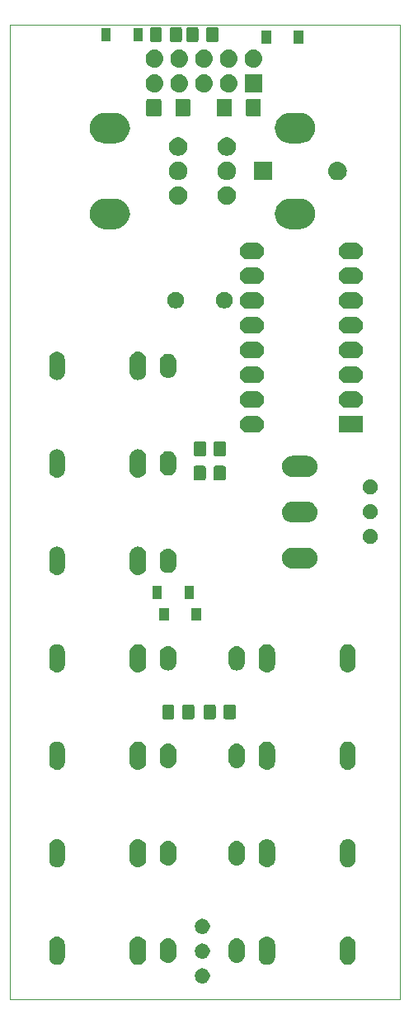
<source format=gbr>
%TF.GenerationSoftware,KiCad,Pcbnew,(5.1.0)-1*%
%TF.CreationDate,2020-03-08T21:47:15+01:00*%
%TF.ProjectId,KicadJE_AC3340_RevA _PCB,4b696361-644a-4455-9f41-43333334305f,rev?*%
%TF.SameCoordinates,Original*%
%TF.FileFunction,Soldermask,Top*%
%TF.FilePolarity,Negative*%
%FSLAX46Y46*%
G04 Gerber Fmt 4.6, Leading zero omitted, Abs format (unit mm)*
G04 Created by KiCad (PCBNEW (5.1.0)-1) date 2020-03-08 21:47:15*
%MOMM*%
%LPD*%
G04 APERTURE LIST*
%ADD10C,0.050000*%
%ADD11C,0.150000*%
G04 APERTURE END LIST*
D10*
X50000000Y-150000000D02*
X50000000Y-50000000D01*
X90000000Y-150000000D02*
X50000000Y-150000000D01*
X90000000Y-50000000D02*
X90000000Y-150000000D01*
X50000000Y-50000000D02*
X90000000Y-50000000D01*
D11*
G36*
X69875589Y-146818876D02*
G01*
X69974893Y-146838629D01*
X70115206Y-146896748D01*
X70241484Y-146981125D01*
X70348875Y-147088516D01*
X70433252Y-147214794D01*
X70491371Y-147355107D01*
X70521000Y-147504063D01*
X70521000Y-147655937D01*
X70491371Y-147804893D01*
X70433252Y-147945206D01*
X70348875Y-148071484D01*
X70241484Y-148178875D01*
X70115206Y-148263252D01*
X69974893Y-148321371D01*
X69875589Y-148341124D01*
X69825938Y-148351000D01*
X69674062Y-148351000D01*
X69624411Y-148341124D01*
X69525107Y-148321371D01*
X69384794Y-148263252D01*
X69258516Y-148178875D01*
X69151125Y-148071484D01*
X69066748Y-147945206D01*
X69008629Y-147804893D01*
X68979000Y-147655937D01*
X68979000Y-147504063D01*
X69008629Y-147355107D01*
X69066748Y-147214794D01*
X69151125Y-147088516D01*
X69258516Y-146981125D01*
X69384794Y-146896748D01*
X69525107Y-146838629D01*
X69624411Y-146818876D01*
X69674062Y-146809000D01*
X69825938Y-146809000D01*
X69875589Y-146818876D01*
X69875589Y-146818876D01*
G37*
G36*
X63296822Y-143561313D02*
G01*
X63457241Y-143609976D01*
X63605077Y-143688995D01*
X63717024Y-143780868D01*
X63734659Y-143795341D01*
X63841004Y-143924922D01*
X63841005Y-143924924D01*
X63920024Y-144072758D01*
X63968687Y-144233177D01*
X63981000Y-144358196D01*
X63981000Y-145641804D01*
X63968687Y-145766823D01*
X63920024Y-145927242D01*
X63849114Y-146059906D01*
X63841004Y-146075078D01*
X63734659Y-146204659D01*
X63605078Y-146311004D01*
X63605076Y-146311005D01*
X63457242Y-146390024D01*
X63296823Y-146438687D01*
X63130000Y-146455117D01*
X62963178Y-146438687D01*
X62802759Y-146390024D01*
X62654925Y-146311005D01*
X62654923Y-146311004D01*
X62525342Y-146204659D01*
X62418997Y-146075078D01*
X62410887Y-146059906D01*
X62339977Y-145927242D01*
X62291314Y-145766823D01*
X62279001Y-145641804D01*
X62279000Y-144358197D01*
X62291313Y-144233178D01*
X62339976Y-144072759D01*
X62418995Y-143924923D01*
X62525341Y-143795341D01*
X62586824Y-143744883D01*
X62654922Y-143688996D01*
X62670310Y-143680771D01*
X62802758Y-143609976D01*
X62963177Y-143561313D01*
X63130000Y-143544883D01*
X63296822Y-143561313D01*
X63296822Y-143561313D01*
G37*
G36*
X76536823Y-143561313D02*
G01*
X76697242Y-143609976D01*
X76829690Y-143680771D01*
X76845078Y-143688996D01*
X76974659Y-143795341D01*
X77081004Y-143924922D01*
X77081005Y-143924924D01*
X77160024Y-144072758D01*
X77208687Y-144233177D01*
X77221000Y-144358196D01*
X77221000Y-145641804D01*
X77208687Y-145766823D01*
X77160024Y-145927242D01*
X77089114Y-146059906D01*
X77081004Y-146075078D01*
X77051520Y-146111004D01*
X76974659Y-146204659D01*
X76845077Y-146311005D01*
X76697241Y-146390024D01*
X76536822Y-146438687D01*
X76370000Y-146455117D01*
X76203177Y-146438687D01*
X76042758Y-146390024D01*
X75894924Y-146311005D01*
X75894922Y-146311004D01*
X75765341Y-146204659D01*
X75688480Y-146111004D01*
X75658995Y-146075077D01*
X75579976Y-145927241D01*
X75531313Y-145766822D01*
X75519000Y-145641803D01*
X75519001Y-144358196D01*
X75531314Y-144233177D01*
X75579977Y-144072758D01*
X75658996Y-143924924D01*
X75658997Y-143924922D01*
X75765342Y-143795341D01*
X75894923Y-143688996D01*
X75910311Y-143680771D01*
X76042759Y-143609976D01*
X76203178Y-143561313D01*
X76370000Y-143544883D01*
X76536823Y-143561313D01*
X76536823Y-143561313D01*
G37*
G36*
X84827023Y-143560590D02*
G01*
X84927682Y-143591125D01*
X84978013Y-143606392D01*
X85117165Y-143680771D01*
X85239133Y-143780867D01*
X85339229Y-143902835D01*
X85413608Y-144041987D01*
X85422942Y-144072758D01*
X85459410Y-144192977D01*
X85471000Y-144310655D01*
X85471000Y-145689345D01*
X85459410Y-145807023D01*
X85438766Y-145875076D01*
X85413608Y-145958013D01*
X85388675Y-146004659D01*
X85339229Y-146097165D01*
X85239133Y-146219133D01*
X85127186Y-146311004D01*
X85117164Y-146319229D01*
X84978012Y-146393608D01*
X84927681Y-146408875D01*
X84827022Y-146439410D01*
X84670000Y-146454875D01*
X84512977Y-146439410D01*
X84412318Y-146408875D01*
X84361987Y-146393608D01*
X84222835Y-146319229D01*
X84212813Y-146311004D01*
X84100867Y-146219133D01*
X84000771Y-146097164D01*
X83926393Y-145958013D01*
X83926392Y-145958012D01*
X83881797Y-145811000D01*
X83880590Y-145807022D01*
X83869000Y-145689344D01*
X83869001Y-144310655D01*
X83880591Y-144192977D01*
X83917059Y-144072758D01*
X83926393Y-144041987D01*
X84000772Y-143902835D01*
X84100868Y-143780867D01*
X84222836Y-143680771D01*
X84361988Y-143606392D01*
X84412319Y-143591125D01*
X84512978Y-143560590D01*
X84670000Y-143545125D01*
X84827023Y-143560590D01*
X84827023Y-143560590D01*
G37*
G36*
X54987022Y-143560590D02*
G01*
X55087681Y-143591125D01*
X55138012Y-143606392D01*
X55277164Y-143680771D01*
X55399133Y-143780867D01*
X55487871Y-143888995D01*
X55499229Y-143902835D01*
X55573608Y-144041987D01*
X55582942Y-144072758D01*
X55619410Y-144192977D01*
X55631000Y-144310655D01*
X55631000Y-145689345D01*
X55619410Y-145807023D01*
X55598766Y-145875076D01*
X55573608Y-145958013D01*
X55499229Y-146097165D01*
X55399133Y-146219133D01*
X55277165Y-146319229D01*
X55138013Y-146393608D01*
X55087682Y-146408875D01*
X54987023Y-146439410D01*
X54830000Y-146454875D01*
X54672978Y-146439410D01*
X54572319Y-146408875D01*
X54521988Y-146393608D01*
X54382836Y-146319229D01*
X54260868Y-146219133D01*
X54160772Y-146097165D01*
X54086393Y-145958013D01*
X54061235Y-145875076D01*
X54040591Y-145807023D01*
X54029001Y-145689345D01*
X54029000Y-144310656D01*
X54030185Y-144298629D01*
X54040590Y-144192980D01*
X54040590Y-144192978D01*
X54086392Y-144041989D01*
X54086392Y-144041988D01*
X54160771Y-143902836D01*
X54172130Y-143888995D01*
X54260867Y-143780867D01*
X54382835Y-143680771D01*
X54521987Y-143606392D01*
X54572318Y-143591125D01*
X54672977Y-143560590D01*
X54830000Y-143545125D01*
X54987022Y-143560590D01*
X54987022Y-143560590D01*
G37*
G36*
X66396822Y-143761313D02*
G01*
X66557241Y-143809976D01*
X66705077Y-143888995D01*
X66834659Y-143995341D01*
X66941004Y-144124922D01*
X66941005Y-144124924D01*
X67020024Y-144272758D01*
X67068687Y-144433177D01*
X67081000Y-144558196D01*
X67081000Y-145441803D01*
X67068687Y-145566822D01*
X67020024Y-145727242D01*
X66977380Y-145807023D01*
X66941004Y-145875078D01*
X66834659Y-146004659D01*
X66705078Y-146111004D01*
X66705076Y-146111005D01*
X66557242Y-146190024D01*
X66396823Y-146238687D01*
X66230000Y-146255117D01*
X66063178Y-146238687D01*
X65902759Y-146190024D01*
X65754925Y-146111005D01*
X65754923Y-146111004D01*
X65625342Y-146004659D01*
X65518997Y-145875078D01*
X65482621Y-145807023D01*
X65439977Y-145727242D01*
X65391314Y-145566823D01*
X65379000Y-145441803D01*
X65379000Y-144558197D01*
X65391313Y-144433178D01*
X65439976Y-144272759D01*
X65518995Y-144124923D01*
X65625341Y-143995341D01*
X65711144Y-143924924D01*
X65754922Y-143888996D01*
X65770094Y-143880886D01*
X65902758Y-143809976D01*
X66063177Y-143761313D01*
X66230000Y-143744883D01*
X66396822Y-143761313D01*
X66396822Y-143761313D01*
G37*
G36*
X73436823Y-143761313D02*
G01*
X73597242Y-143809976D01*
X73729906Y-143880886D01*
X73745078Y-143888996D01*
X73874659Y-143995341D01*
X73981004Y-144124922D01*
X73981005Y-144124924D01*
X74060024Y-144272758D01*
X74108687Y-144433178D01*
X74121000Y-144558197D01*
X74121000Y-145441804D01*
X74108687Y-145566823D01*
X74060024Y-145727242D01*
X74017380Y-145807023D01*
X73981004Y-145875078D01*
X73874659Y-146004659D01*
X73745077Y-146111005D01*
X73597241Y-146190024D01*
X73436822Y-146238687D01*
X73270000Y-146255117D01*
X73103177Y-146238687D01*
X72942758Y-146190024D01*
X72794924Y-146111005D01*
X72794922Y-146111004D01*
X72665341Y-146004659D01*
X72558995Y-145875077D01*
X72479976Y-145727241D01*
X72431313Y-145566822D01*
X72419000Y-145441803D01*
X72419000Y-144558197D01*
X72431314Y-144433177D01*
X72479977Y-144272758D01*
X72558996Y-144124924D01*
X72558997Y-144124922D01*
X72665342Y-143995341D01*
X72794923Y-143888996D01*
X72810095Y-143880886D01*
X72942759Y-143809976D01*
X73103178Y-143761313D01*
X73270000Y-143744883D01*
X73436823Y-143761313D01*
X73436823Y-143761313D01*
G37*
G36*
X69875589Y-144278876D02*
G01*
X69974893Y-144298629D01*
X70115206Y-144356748D01*
X70241484Y-144441125D01*
X70348875Y-144548516D01*
X70433252Y-144674794D01*
X70491371Y-144815107D01*
X70521000Y-144964063D01*
X70521000Y-145115937D01*
X70491371Y-145264893D01*
X70433252Y-145405206D01*
X70348875Y-145531484D01*
X70241484Y-145638875D01*
X70115206Y-145723252D01*
X69974893Y-145781371D01*
X69875589Y-145801124D01*
X69825938Y-145811000D01*
X69674062Y-145811000D01*
X69624411Y-145801124D01*
X69525107Y-145781371D01*
X69384794Y-145723252D01*
X69258516Y-145638875D01*
X69151125Y-145531484D01*
X69066748Y-145405206D01*
X69008629Y-145264893D01*
X68979000Y-145115937D01*
X68979000Y-144964063D01*
X69008629Y-144815107D01*
X69066748Y-144674794D01*
X69151125Y-144548516D01*
X69258516Y-144441125D01*
X69384794Y-144356748D01*
X69525107Y-144298629D01*
X69624411Y-144278876D01*
X69674062Y-144269000D01*
X69825938Y-144269000D01*
X69875589Y-144278876D01*
X69875589Y-144278876D01*
G37*
G36*
X69875589Y-141738876D02*
G01*
X69974893Y-141758629D01*
X70115206Y-141816748D01*
X70241484Y-141901125D01*
X70348875Y-142008516D01*
X70433252Y-142134794D01*
X70491371Y-142275107D01*
X70521000Y-142424063D01*
X70521000Y-142575937D01*
X70491371Y-142724893D01*
X70433252Y-142865206D01*
X70348875Y-142991484D01*
X70241484Y-143098875D01*
X70115206Y-143183252D01*
X69974893Y-143241371D01*
X69875589Y-143261124D01*
X69825938Y-143271000D01*
X69674062Y-143271000D01*
X69624411Y-143261124D01*
X69525107Y-143241371D01*
X69384794Y-143183252D01*
X69258516Y-143098875D01*
X69151125Y-142991484D01*
X69066748Y-142865206D01*
X69008629Y-142724893D01*
X68979000Y-142575937D01*
X68979000Y-142424063D01*
X69008629Y-142275107D01*
X69066748Y-142134794D01*
X69151125Y-142008516D01*
X69258516Y-141901125D01*
X69384794Y-141816748D01*
X69525107Y-141758629D01*
X69624411Y-141738876D01*
X69674062Y-141729000D01*
X69825938Y-141729000D01*
X69875589Y-141738876D01*
X69875589Y-141738876D01*
G37*
G36*
X76536823Y-133561313D02*
G01*
X76697242Y-133609976D01*
X76829690Y-133680771D01*
X76845078Y-133688996D01*
X76974659Y-133795341D01*
X77081004Y-133924922D01*
X77081005Y-133924924D01*
X77160024Y-134072758D01*
X77208687Y-134233177D01*
X77221000Y-134358196D01*
X77221000Y-135641804D01*
X77208687Y-135766823D01*
X77160024Y-135927242D01*
X77089114Y-136059906D01*
X77081004Y-136075078D01*
X77051520Y-136111004D01*
X76974659Y-136204659D01*
X76845077Y-136311005D01*
X76697241Y-136390024D01*
X76536822Y-136438687D01*
X76370000Y-136455117D01*
X76203177Y-136438687D01*
X76042758Y-136390024D01*
X75894924Y-136311005D01*
X75894922Y-136311004D01*
X75765341Y-136204659D01*
X75688480Y-136111004D01*
X75658995Y-136075077D01*
X75579976Y-135927241D01*
X75531313Y-135766822D01*
X75519000Y-135641803D01*
X75519001Y-134358196D01*
X75531314Y-134233177D01*
X75579977Y-134072758D01*
X75658996Y-133924924D01*
X75658997Y-133924922D01*
X75765342Y-133795341D01*
X75894923Y-133688996D01*
X75910311Y-133680771D01*
X76042759Y-133609976D01*
X76203178Y-133561313D01*
X76370000Y-133544883D01*
X76536823Y-133561313D01*
X76536823Y-133561313D01*
G37*
G36*
X63296822Y-133561313D02*
G01*
X63457241Y-133609976D01*
X63605077Y-133688995D01*
X63717024Y-133780868D01*
X63734659Y-133795341D01*
X63841004Y-133924922D01*
X63841005Y-133924924D01*
X63920024Y-134072758D01*
X63968687Y-134233177D01*
X63981000Y-134358196D01*
X63981000Y-135641804D01*
X63968687Y-135766823D01*
X63920024Y-135927242D01*
X63849114Y-136059906D01*
X63841004Y-136075078D01*
X63734659Y-136204659D01*
X63605078Y-136311004D01*
X63605076Y-136311005D01*
X63457242Y-136390024D01*
X63296823Y-136438687D01*
X63130000Y-136455117D01*
X62963178Y-136438687D01*
X62802759Y-136390024D01*
X62654925Y-136311005D01*
X62654923Y-136311004D01*
X62525342Y-136204659D01*
X62418997Y-136075078D01*
X62410887Y-136059906D01*
X62339977Y-135927242D01*
X62291314Y-135766823D01*
X62279001Y-135641804D01*
X62279000Y-134358197D01*
X62291313Y-134233178D01*
X62339976Y-134072759D01*
X62418995Y-133924923D01*
X62525341Y-133795341D01*
X62586824Y-133744883D01*
X62654922Y-133688996D01*
X62670310Y-133680771D01*
X62802758Y-133609976D01*
X62963177Y-133561313D01*
X63130000Y-133544883D01*
X63296822Y-133561313D01*
X63296822Y-133561313D01*
G37*
G36*
X84827023Y-133560590D02*
G01*
X84927682Y-133591125D01*
X84978013Y-133606392D01*
X85117165Y-133680771D01*
X85239133Y-133780867D01*
X85339229Y-133902835D01*
X85413608Y-134041987D01*
X85422942Y-134072758D01*
X85459410Y-134192977D01*
X85471000Y-134310655D01*
X85471000Y-135689345D01*
X85459410Y-135807023D01*
X85438766Y-135875076D01*
X85413608Y-135958013D01*
X85388675Y-136004659D01*
X85339229Y-136097165D01*
X85239133Y-136219133D01*
X85127186Y-136311004D01*
X85117164Y-136319229D01*
X84978012Y-136393608D01*
X84927681Y-136408875D01*
X84827022Y-136439410D01*
X84670000Y-136454875D01*
X84512977Y-136439410D01*
X84412318Y-136408875D01*
X84361987Y-136393608D01*
X84222835Y-136319229D01*
X84212813Y-136311004D01*
X84100867Y-136219133D01*
X84000771Y-136097164D01*
X83926393Y-135958013D01*
X83926392Y-135958012D01*
X83901234Y-135875076D01*
X83880590Y-135807022D01*
X83869000Y-135689344D01*
X83869001Y-134310655D01*
X83880591Y-134192977D01*
X83917059Y-134072758D01*
X83926393Y-134041987D01*
X84000772Y-133902835D01*
X84100868Y-133780867D01*
X84222836Y-133680771D01*
X84361988Y-133606392D01*
X84412319Y-133591125D01*
X84512978Y-133560590D01*
X84670000Y-133545125D01*
X84827023Y-133560590D01*
X84827023Y-133560590D01*
G37*
G36*
X54987022Y-133560590D02*
G01*
X55087681Y-133591125D01*
X55138012Y-133606392D01*
X55277164Y-133680771D01*
X55399133Y-133780867D01*
X55487871Y-133888995D01*
X55499229Y-133902835D01*
X55573608Y-134041987D01*
X55582942Y-134072758D01*
X55619410Y-134192977D01*
X55631000Y-134310655D01*
X55631000Y-135689345D01*
X55619410Y-135807023D01*
X55598766Y-135875076D01*
X55573608Y-135958013D01*
X55499229Y-136097165D01*
X55399133Y-136219133D01*
X55277165Y-136319229D01*
X55138013Y-136393608D01*
X55087682Y-136408875D01*
X54987023Y-136439410D01*
X54830000Y-136454875D01*
X54672978Y-136439410D01*
X54572319Y-136408875D01*
X54521988Y-136393608D01*
X54382836Y-136319229D01*
X54260868Y-136219133D01*
X54160772Y-136097165D01*
X54086393Y-135958013D01*
X54061235Y-135875076D01*
X54040591Y-135807023D01*
X54029001Y-135689345D01*
X54029000Y-134310656D01*
X54040590Y-134192978D01*
X54086392Y-134041989D01*
X54086392Y-134041988D01*
X54160771Y-133902836D01*
X54172130Y-133888995D01*
X54260867Y-133780867D01*
X54382835Y-133680771D01*
X54521987Y-133606392D01*
X54572318Y-133591125D01*
X54672977Y-133560590D01*
X54830000Y-133545125D01*
X54987022Y-133560590D01*
X54987022Y-133560590D01*
G37*
G36*
X73436823Y-133761313D02*
G01*
X73597242Y-133809976D01*
X73729906Y-133880886D01*
X73745078Y-133888996D01*
X73874659Y-133995341D01*
X73981004Y-134124922D01*
X73981005Y-134124924D01*
X74060024Y-134272758D01*
X74108687Y-134433178D01*
X74121000Y-134558197D01*
X74121000Y-135441804D01*
X74108687Y-135566823D01*
X74060024Y-135727242D01*
X74017380Y-135807023D01*
X73981004Y-135875078D01*
X73874659Y-136004659D01*
X73745077Y-136111005D01*
X73597241Y-136190024D01*
X73436822Y-136238687D01*
X73270000Y-136255117D01*
X73103177Y-136238687D01*
X72942758Y-136190024D01*
X72794924Y-136111005D01*
X72794922Y-136111004D01*
X72665341Y-136004659D01*
X72558995Y-135875077D01*
X72479976Y-135727241D01*
X72431313Y-135566822D01*
X72419000Y-135441803D01*
X72419000Y-134558197D01*
X72431314Y-134433177D01*
X72479977Y-134272758D01*
X72558996Y-134124924D01*
X72558997Y-134124922D01*
X72665342Y-133995341D01*
X72794923Y-133888996D01*
X72810095Y-133880886D01*
X72942759Y-133809976D01*
X73103178Y-133761313D01*
X73270000Y-133744883D01*
X73436823Y-133761313D01*
X73436823Y-133761313D01*
G37*
G36*
X66396822Y-133761313D02*
G01*
X66557241Y-133809976D01*
X66705077Y-133888995D01*
X66834659Y-133995341D01*
X66941004Y-134124922D01*
X66941005Y-134124924D01*
X67020024Y-134272758D01*
X67068687Y-134433177D01*
X67081000Y-134558196D01*
X67081000Y-135441803D01*
X67068687Y-135566822D01*
X67020024Y-135727242D01*
X66977380Y-135807023D01*
X66941004Y-135875078D01*
X66834659Y-136004659D01*
X66705078Y-136111004D01*
X66705076Y-136111005D01*
X66557242Y-136190024D01*
X66396823Y-136238687D01*
X66230000Y-136255117D01*
X66063178Y-136238687D01*
X65902759Y-136190024D01*
X65754925Y-136111005D01*
X65754923Y-136111004D01*
X65625342Y-136004659D01*
X65518997Y-135875078D01*
X65482621Y-135807023D01*
X65439977Y-135727242D01*
X65391314Y-135566823D01*
X65379000Y-135441803D01*
X65379000Y-134558197D01*
X65391313Y-134433178D01*
X65439976Y-134272759D01*
X65518995Y-134124923D01*
X65625341Y-133995341D01*
X65711144Y-133924924D01*
X65754922Y-133888996D01*
X65770094Y-133880886D01*
X65902758Y-133809976D01*
X66063177Y-133761313D01*
X66230000Y-133744883D01*
X66396822Y-133761313D01*
X66396822Y-133761313D01*
G37*
G36*
X76536823Y-123561313D02*
G01*
X76697242Y-123609976D01*
X76829690Y-123680771D01*
X76845078Y-123688996D01*
X76974659Y-123795341D01*
X77081004Y-123924922D01*
X77081005Y-123924924D01*
X77160024Y-124072758D01*
X77208687Y-124233177D01*
X77221000Y-124358196D01*
X77221000Y-125641804D01*
X77208687Y-125766823D01*
X77160024Y-125927242D01*
X77089114Y-126059906D01*
X77081004Y-126075078D01*
X77051520Y-126111004D01*
X76974659Y-126204659D01*
X76845077Y-126311005D01*
X76697241Y-126390024D01*
X76536822Y-126438687D01*
X76370000Y-126455117D01*
X76203177Y-126438687D01*
X76042758Y-126390024D01*
X75894924Y-126311005D01*
X75894922Y-126311004D01*
X75765341Y-126204659D01*
X75688480Y-126111004D01*
X75658995Y-126075077D01*
X75579976Y-125927241D01*
X75531313Y-125766822D01*
X75519000Y-125641803D01*
X75519001Y-124358196D01*
X75531314Y-124233177D01*
X75579977Y-124072758D01*
X75658996Y-123924924D01*
X75658997Y-123924922D01*
X75765342Y-123795341D01*
X75894923Y-123688996D01*
X75910311Y-123680771D01*
X76042759Y-123609976D01*
X76203178Y-123561313D01*
X76370000Y-123544883D01*
X76536823Y-123561313D01*
X76536823Y-123561313D01*
G37*
G36*
X63296822Y-123561313D02*
G01*
X63457241Y-123609976D01*
X63605077Y-123688995D01*
X63717024Y-123780868D01*
X63734659Y-123795341D01*
X63841004Y-123924922D01*
X63841005Y-123924924D01*
X63920024Y-124072758D01*
X63968687Y-124233177D01*
X63981000Y-124358196D01*
X63981000Y-125641804D01*
X63968687Y-125766823D01*
X63920024Y-125927242D01*
X63849114Y-126059906D01*
X63841004Y-126075078D01*
X63734659Y-126204659D01*
X63605078Y-126311004D01*
X63605076Y-126311005D01*
X63457242Y-126390024D01*
X63296823Y-126438687D01*
X63130000Y-126455117D01*
X62963178Y-126438687D01*
X62802759Y-126390024D01*
X62654925Y-126311005D01*
X62654923Y-126311004D01*
X62525342Y-126204659D01*
X62418997Y-126075078D01*
X62410887Y-126059906D01*
X62339977Y-125927242D01*
X62291314Y-125766823D01*
X62279001Y-125641804D01*
X62279000Y-124358197D01*
X62291313Y-124233178D01*
X62339976Y-124072759D01*
X62418995Y-123924923D01*
X62525341Y-123795341D01*
X62586824Y-123744883D01*
X62654922Y-123688996D01*
X62670310Y-123680771D01*
X62802758Y-123609976D01*
X62963177Y-123561313D01*
X63130000Y-123544883D01*
X63296822Y-123561313D01*
X63296822Y-123561313D01*
G37*
G36*
X54987022Y-123560590D02*
G01*
X55087681Y-123591125D01*
X55138012Y-123606392D01*
X55277164Y-123680771D01*
X55399133Y-123780867D01*
X55487871Y-123888995D01*
X55499229Y-123902835D01*
X55573608Y-124041987D01*
X55582942Y-124072758D01*
X55619410Y-124192977D01*
X55631000Y-124310655D01*
X55631000Y-125689345D01*
X55619410Y-125807023D01*
X55598766Y-125875076D01*
X55573608Y-125958013D01*
X55499229Y-126097165D01*
X55399133Y-126219133D01*
X55277165Y-126319229D01*
X55138013Y-126393608D01*
X55087682Y-126408875D01*
X54987023Y-126439410D01*
X54830000Y-126454875D01*
X54672978Y-126439410D01*
X54572319Y-126408875D01*
X54521988Y-126393608D01*
X54382836Y-126319229D01*
X54260868Y-126219133D01*
X54160772Y-126097165D01*
X54086393Y-125958013D01*
X54061235Y-125875076D01*
X54040591Y-125807023D01*
X54029001Y-125689345D01*
X54029000Y-124310656D01*
X54040590Y-124192978D01*
X54086392Y-124041989D01*
X54086392Y-124041988D01*
X54160771Y-123902836D01*
X54172130Y-123888995D01*
X54260867Y-123780867D01*
X54382835Y-123680771D01*
X54521987Y-123606392D01*
X54572318Y-123591125D01*
X54672977Y-123560590D01*
X54830000Y-123545125D01*
X54987022Y-123560590D01*
X54987022Y-123560590D01*
G37*
G36*
X84827023Y-123560590D02*
G01*
X84927682Y-123591125D01*
X84978013Y-123606392D01*
X85117165Y-123680771D01*
X85239133Y-123780867D01*
X85339229Y-123902835D01*
X85413608Y-124041987D01*
X85422942Y-124072758D01*
X85459410Y-124192977D01*
X85471000Y-124310655D01*
X85471000Y-125689345D01*
X85459410Y-125807023D01*
X85438766Y-125875076D01*
X85413608Y-125958013D01*
X85388675Y-126004659D01*
X85339229Y-126097165D01*
X85239133Y-126219133D01*
X85127186Y-126311004D01*
X85117164Y-126319229D01*
X84978012Y-126393608D01*
X84927681Y-126408875D01*
X84827022Y-126439410D01*
X84670000Y-126454875D01*
X84512977Y-126439410D01*
X84412318Y-126408875D01*
X84361987Y-126393608D01*
X84222835Y-126319229D01*
X84212813Y-126311004D01*
X84100867Y-126219133D01*
X84000771Y-126097164D01*
X83926393Y-125958013D01*
X83926392Y-125958012D01*
X83901234Y-125875076D01*
X83880590Y-125807022D01*
X83869000Y-125689344D01*
X83869001Y-124310655D01*
X83880591Y-124192977D01*
X83917059Y-124072758D01*
X83926393Y-124041987D01*
X84000772Y-123902835D01*
X84100868Y-123780867D01*
X84222836Y-123680771D01*
X84361988Y-123606392D01*
X84412319Y-123591125D01*
X84512978Y-123560590D01*
X84670000Y-123545125D01*
X84827023Y-123560590D01*
X84827023Y-123560590D01*
G37*
G36*
X66396822Y-123761313D02*
G01*
X66557241Y-123809976D01*
X66705077Y-123888995D01*
X66834659Y-123995341D01*
X66941004Y-124124922D01*
X66941005Y-124124924D01*
X67020024Y-124272758D01*
X67068687Y-124433177D01*
X67081000Y-124558196D01*
X67081000Y-125441803D01*
X67068687Y-125566822D01*
X67020024Y-125727242D01*
X66977380Y-125807023D01*
X66941004Y-125875078D01*
X66834659Y-126004659D01*
X66705078Y-126111004D01*
X66705076Y-126111005D01*
X66557242Y-126190024D01*
X66396823Y-126238687D01*
X66230000Y-126255117D01*
X66063178Y-126238687D01*
X65902759Y-126190024D01*
X65754925Y-126111005D01*
X65754923Y-126111004D01*
X65625342Y-126004659D01*
X65518997Y-125875078D01*
X65482621Y-125807023D01*
X65439977Y-125727242D01*
X65391314Y-125566823D01*
X65379000Y-125441803D01*
X65379000Y-124558197D01*
X65391313Y-124433178D01*
X65439976Y-124272759D01*
X65518995Y-124124923D01*
X65625341Y-123995341D01*
X65711144Y-123924924D01*
X65754922Y-123888996D01*
X65770094Y-123880886D01*
X65902758Y-123809976D01*
X66063177Y-123761313D01*
X66230000Y-123744883D01*
X66396822Y-123761313D01*
X66396822Y-123761313D01*
G37*
G36*
X73436823Y-123761313D02*
G01*
X73597242Y-123809976D01*
X73729906Y-123880886D01*
X73745078Y-123888996D01*
X73874659Y-123995341D01*
X73981004Y-124124922D01*
X73981005Y-124124924D01*
X74060024Y-124272758D01*
X74108687Y-124433178D01*
X74121000Y-124558197D01*
X74121000Y-125441804D01*
X74108687Y-125566823D01*
X74060024Y-125727242D01*
X74017380Y-125807023D01*
X73981004Y-125875078D01*
X73874659Y-126004659D01*
X73745077Y-126111005D01*
X73597241Y-126190024D01*
X73436822Y-126238687D01*
X73270000Y-126255117D01*
X73103177Y-126238687D01*
X72942758Y-126190024D01*
X72794924Y-126111005D01*
X72794922Y-126111004D01*
X72665341Y-126004659D01*
X72558995Y-125875077D01*
X72479976Y-125727241D01*
X72431313Y-125566822D01*
X72419000Y-125441803D01*
X72419000Y-124558197D01*
X72431314Y-124433177D01*
X72479977Y-124272758D01*
X72558996Y-124124924D01*
X72558997Y-124124922D01*
X72665342Y-123995341D01*
X72794923Y-123888996D01*
X72810095Y-123880886D01*
X72942759Y-123809976D01*
X73103178Y-123761313D01*
X73270000Y-123744883D01*
X73436823Y-123761313D01*
X73436823Y-123761313D01*
G37*
G36*
X70963674Y-119753465D02*
G01*
X71001367Y-119764899D01*
X71036103Y-119783466D01*
X71066548Y-119808452D01*
X71091534Y-119838897D01*
X71110101Y-119873633D01*
X71121535Y-119911326D01*
X71126000Y-119956661D01*
X71126000Y-121043339D01*
X71121535Y-121088674D01*
X71110101Y-121126367D01*
X71091534Y-121161103D01*
X71066548Y-121191548D01*
X71036103Y-121216534D01*
X71001367Y-121235101D01*
X70963674Y-121246535D01*
X70918339Y-121251000D01*
X70081661Y-121251000D01*
X70036326Y-121246535D01*
X69998633Y-121235101D01*
X69963897Y-121216534D01*
X69933452Y-121191548D01*
X69908466Y-121161103D01*
X69889899Y-121126367D01*
X69878465Y-121088674D01*
X69874000Y-121043339D01*
X69874000Y-119956661D01*
X69878465Y-119911326D01*
X69889899Y-119873633D01*
X69908466Y-119838897D01*
X69933452Y-119808452D01*
X69963897Y-119783466D01*
X69998633Y-119764899D01*
X70036326Y-119753465D01*
X70081661Y-119749000D01*
X70918339Y-119749000D01*
X70963674Y-119753465D01*
X70963674Y-119753465D01*
G37*
G36*
X68763674Y-119753465D02*
G01*
X68801367Y-119764899D01*
X68836103Y-119783466D01*
X68866548Y-119808452D01*
X68891534Y-119838897D01*
X68910101Y-119873633D01*
X68921535Y-119911326D01*
X68926000Y-119956661D01*
X68926000Y-121043339D01*
X68921535Y-121088674D01*
X68910101Y-121126367D01*
X68891534Y-121161103D01*
X68866548Y-121191548D01*
X68836103Y-121216534D01*
X68801367Y-121235101D01*
X68763674Y-121246535D01*
X68718339Y-121251000D01*
X67881661Y-121251000D01*
X67836326Y-121246535D01*
X67798633Y-121235101D01*
X67763897Y-121216534D01*
X67733452Y-121191548D01*
X67708466Y-121161103D01*
X67689899Y-121126367D01*
X67678465Y-121088674D01*
X67674000Y-121043339D01*
X67674000Y-119956661D01*
X67678465Y-119911326D01*
X67689899Y-119873633D01*
X67708466Y-119838897D01*
X67733452Y-119808452D01*
X67763897Y-119783466D01*
X67798633Y-119764899D01*
X67836326Y-119753465D01*
X67881661Y-119749000D01*
X68718339Y-119749000D01*
X68763674Y-119753465D01*
X68763674Y-119753465D01*
G37*
G36*
X73013674Y-119753465D02*
G01*
X73051367Y-119764899D01*
X73086103Y-119783466D01*
X73116548Y-119808452D01*
X73141534Y-119838897D01*
X73160101Y-119873633D01*
X73171535Y-119911326D01*
X73176000Y-119956661D01*
X73176000Y-121043339D01*
X73171535Y-121088674D01*
X73160101Y-121126367D01*
X73141534Y-121161103D01*
X73116548Y-121191548D01*
X73086103Y-121216534D01*
X73051367Y-121235101D01*
X73013674Y-121246535D01*
X72968339Y-121251000D01*
X72131661Y-121251000D01*
X72086326Y-121246535D01*
X72048633Y-121235101D01*
X72013897Y-121216534D01*
X71983452Y-121191548D01*
X71958466Y-121161103D01*
X71939899Y-121126367D01*
X71928465Y-121088674D01*
X71924000Y-121043339D01*
X71924000Y-119956661D01*
X71928465Y-119911326D01*
X71939899Y-119873633D01*
X71958466Y-119838897D01*
X71983452Y-119808452D01*
X72013897Y-119783466D01*
X72048633Y-119764899D01*
X72086326Y-119753465D01*
X72131661Y-119749000D01*
X72968339Y-119749000D01*
X73013674Y-119753465D01*
X73013674Y-119753465D01*
G37*
G36*
X66713674Y-119753465D02*
G01*
X66751367Y-119764899D01*
X66786103Y-119783466D01*
X66816548Y-119808452D01*
X66841534Y-119838897D01*
X66860101Y-119873633D01*
X66871535Y-119911326D01*
X66876000Y-119956661D01*
X66876000Y-121043339D01*
X66871535Y-121088674D01*
X66860101Y-121126367D01*
X66841534Y-121161103D01*
X66816548Y-121191548D01*
X66786103Y-121216534D01*
X66751367Y-121235101D01*
X66713674Y-121246535D01*
X66668339Y-121251000D01*
X65831661Y-121251000D01*
X65786326Y-121246535D01*
X65748633Y-121235101D01*
X65713897Y-121216534D01*
X65683452Y-121191548D01*
X65658466Y-121161103D01*
X65639899Y-121126367D01*
X65628465Y-121088674D01*
X65624000Y-121043339D01*
X65624000Y-119956661D01*
X65628465Y-119911326D01*
X65639899Y-119873633D01*
X65658466Y-119838897D01*
X65683452Y-119808452D01*
X65713897Y-119783466D01*
X65748633Y-119764899D01*
X65786326Y-119753465D01*
X65831661Y-119749000D01*
X66668339Y-119749000D01*
X66713674Y-119753465D01*
X66713674Y-119753465D01*
G37*
G36*
X76536823Y-113561313D02*
G01*
X76697242Y-113609976D01*
X76829690Y-113680771D01*
X76845078Y-113688996D01*
X76974659Y-113795341D01*
X77081004Y-113924922D01*
X77081005Y-113924924D01*
X77160024Y-114072758D01*
X77208687Y-114233177D01*
X77221000Y-114358196D01*
X77221000Y-115641804D01*
X77208687Y-115766823D01*
X77160024Y-115927242D01*
X77089114Y-116059906D01*
X77081004Y-116075078D01*
X77051520Y-116111004D01*
X76974659Y-116204659D01*
X76845077Y-116311005D01*
X76697241Y-116390024D01*
X76536822Y-116438687D01*
X76370000Y-116455117D01*
X76203177Y-116438687D01*
X76042758Y-116390024D01*
X75894924Y-116311005D01*
X75894922Y-116311004D01*
X75765341Y-116204659D01*
X75688480Y-116111004D01*
X75658995Y-116075077D01*
X75579976Y-115927241D01*
X75531313Y-115766822D01*
X75519000Y-115641803D01*
X75519001Y-114358196D01*
X75531314Y-114233177D01*
X75579977Y-114072758D01*
X75658996Y-113924924D01*
X75658997Y-113924922D01*
X75765342Y-113795341D01*
X75894923Y-113688996D01*
X75910311Y-113680771D01*
X76042759Y-113609976D01*
X76203178Y-113561313D01*
X76370000Y-113544883D01*
X76536823Y-113561313D01*
X76536823Y-113561313D01*
G37*
G36*
X63296822Y-113561313D02*
G01*
X63457241Y-113609976D01*
X63605077Y-113688995D01*
X63717024Y-113780868D01*
X63734659Y-113795341D01*
X63841004Y-113924922D01*
X63841005Y-113924924D01*
X63920024Y-114072758D01*
X63968687Y-114233177D01*
X63981000Y-114358196D01*
X63981000Y-115641804D01*
X63968687Y-115766823D01*
X63920024Y-115927242D01*
X63849114Y-116059906D01*
X63841004Y-116075078D01*
X63734659Y-116204659D01*
X63605078Y-116311004D01*
X63605076Y-116311005D01*
X63457242Y-116390024D01*
X63296823Y-116438687D01*
X63130000Y-116455117D01*
X62963178Y-116438687D01*
X62802759Y-116390024D01*
X62654925Y-116311005D01*
X62654923Y-116311004D01*
X62525342Y-116204659D01*
X62418997Y-116075078D01*
X62410887Y-116059906D01*
X62339977Y-115927242D01*
X62291314Y-115766823D01*
X62279001Y-115641804D01*
X62279000Y-114358197D01*
X62291313Y-114233178D01*
X62339976Y-114072759D01*
X62418995Y-113924923D01*
X62525341Y-113795341D01*
X62586824Y-113744883D01*
X62654922Y-113688996D01*
X62670310Y-113680771D01*
X62802758Y-113609976D01*
X62963177Y-113561313D01*
X63130000Y-113544883D01*
X63296822Y-113561313D01*
X63296822Y-113561313D01*
G37*
G36*
X84827023Y-113560590D02*
G01*
X84927682Y-113591125D01*
X84978013Y-113606392D01*
X85117165Y-113680771D01*
X85239133Y-113780867D01*
X85339229Y-113902835D01*
X85413608Y-114041987D01*
X85422942Y-114072758D01*
X85459410Y-114192977D01*
X85471000Y-114310655D01*
X85471000Y-115689345D01*
X85459410Y-115807023D01*
X85438766Y-115875076D01*
X85413608Y-115958013D01*
X85388675Y-116004659D01*
X85339229Y-116097165D01*
X85239133Y-116219133D01*
X85127186Y-116311004D01*
X85117164Y-116319229D01*
X84978012Y-116393608D01*
X84927681Y-116408875D01*
X84827022Y-116439410D01*
X84670000Y-116454875D01*
X84512977Y-116439410D01*
X84412318Y-116408875D01*
X84361987Y-116393608D01*
X84222835Y-116319229D01*
X84212813Y-116311004D01*
X84100867Y-116219133D01*
X84000771Y-116097164D01*
X83926393Y-115958013D01*
X83926392Y-115958012D01*
X83901234Y-115875076D01*
X83880590Y-115807022D01*
X83869000Y-115689344D01*
X83869001Y-114310655D01*
X83880591Y-114192977D01*
X83917059Y-114072758D01*
X83926393Y-114041987D01*
X84000772Y-113902835D01*
X84100868Y-113780867D01*
X84222836Y-113680771D01*
X84361988Y-113606392D01*
X84412319Y-113591125D01*
X84512978Y-113560590D01*
X84670000Y-113545125D01*
X84827023Y-113560590D01*
X84827023Y-113560590D01*
G37*
G36*
X54987022Y-113560590D02*
G01*
X55087681Y-113591125D01*
X55138012Y-113606392D01*
X55277164Y-113680771D01*
X55399133Y-113780867D01*
X55487871Y-113888995D01*
X55499229Y-113902835D01*
X55573608Y-114041987D01*
X55582942Y-114072758D01*
X55619410Y-114192977D01*
X55631000Y-114310655D01*
X55631000Y-115689345D01*
X55619410Y-115807023D01*
X55598766Y-115875076D01*
X55573608Y-115958013D01*
X55499229Y-116097165D01*
X55399133Y-116219133D01*
X55277165Y-116319229D01*
X55138013Y-116393608D01*
X55087682Y-116408875D01*
X54987023Y-116439410D01*
X54830000Y-116454875D01*
X54672978Y-116439410D01*
X54572319Y-116408875D01*
X54521988Y-116393608D01*
X54382836Y-116319229D01*
X54260868Y-116219133D01*
X54160772Y-116097165D01*
X54086393Y-115958013D01*
X54061235Y-115875076D01*
X54040591Y-115807023D01*
X54029001Y-115689345D01*
X54029000Y-114310656D01*
X54040590Y-114192978D01*
X54086392Y-114041989D01*
X54086392Y-114041988D01*
X54160771Y-113902836D01*
X54172130Y-113888995D01*
X54260867Y-113780867D01*
X54382835Y-113680771D01*
X54521987Y-113606392D01*
X54572318Y-113591125D01*
X54672977Y-113560590D01*
X54830000Y-113545125D01*
X54987022Y-113560590D01*
X54987022Y-113560590D01*
G37*
G36*
X66396822Y-113761313D02*
G01*
X66557241Y-113809976D01*
X66705077Y-113888995D01*
X66834659Y-113995341D01*
X66941004Y-114124922D01*
X66941005Y-114124924D01*
X67020024Y-114272758D01*
X67068687Y-114433177D01*
X67081000Y-114558196D01*
X67081000Y-115441803D01*
X67068687Y-115566822D01*
X67020024Y-115727242D01*
X66977380Y-115807023D01*
X66941004Y-115875078D01*
X66834659Y-116004659D01*
X66705078Y-116111004D01*
X66705076Y-116111005D01*
X66557242Y-116190024D01*
X66396823Y-116238687D01*
X66230000Y-116255117D01*
X66063178Y-116238687D01*
X65902759Y-116190024D01*
X65754925Y-116111005D01*
X65754923Y-116111004D01*
X65625342Y-116004659D01*
X65518997Y-115875078D01*
X65482621Y-115807023D01*
X65439977Y-115727242D01*
X65391314Y-115566823D01*
X65379000Y-115441803D01*
X65379000Y-114558197D01*
X65391313Y-114433178D01*
X65439976Y-114272759D01*
X65518995Y-114124923D01*
X65625341Y-113995341D01*
X65711144Y-113924924D01*
X65754922Y-113888996D01*
X65770094Y-113880886D01*
X65902758Y-113809976D01*
X66063177Y-113761313D01*
X66230000Y-113744883D01*
X66396822Y-113761313D01*
X66396822Y-113761313D01*
G37*
G36*
X73436823Y-113761313D02*
G01*
X73597242Y-113809976D01*
X73729906Y-113880886D01*
X73745078Y-113888996D01*
X73874659Y-113995341D01*
X73981004Y-114124922D01*
X73981005Y-114124924D01*
X74060024Y-114272758D01*
X74108687Y-114433178D01*
X74121000Y-114558197D01*
X74121000Y-115441804D01*
X74108687Y-115566823D01*
X74060024Y-115727242D01*
X74017380Y-115807023D01*
X73981004Y-115875078D01*
X73874659Y-116004659D01*
X73745077Y-116111005D01*
X73597241Y-116190024D01*
X73436822Y-116238687D01*
X73270000Y-116255117D01*
X73103177Y-116238687D01*
X72942758Y-116190024D01*
X72794924Y-116111005D01*
X72794922Y-116111004D01*
X72665341Y-116004659D01*
X72558995Y-115875077D01*
X72479976Y-115727241D01*
X72431313Y-115566822D01*
X72419000Y-115441803D01*
X72419000Y-114558197D01*
X72431314Y-114433177D01*
X72479977Y-114272758D01*
X72558996Y-114124924D01*
X72558997Y-114124922D01*
X72665342Y-113995341D01*
X72794923Y-113888996D01*
X72810095Y-113880886D01*
X72942759Y-113809976D01*
X73103178Y-113761313D01*
X73270000Y-113744883D01*
X73436823Y-113761313D01*
X73436823Y-113761313D01*
G37*
G36*
X69651000Y-111151000D02*
G01*
X68649000Y-111151000D01*
X68649000Y-109849000D01*
X69651000Y-109849000D01*
X69651000Y-111151000D01*
X69651000Y-111151000D01*
G37*
G36*
X66351000Y-111151000D02*
G01*
X65349000Y-111151000D01*
X65349000Y-109849000D01*
X66351000Y-109849000D01*
X66351000Y-111151000D01*
X66351000Y-111151000D01*
G37*
G36*
X65601000Y-108901000D02*
G01*
X64599000Y-108901000D01*
X64599000Y-107599000D01*
X65601000Y-107599000D01*
X65601000Y-108901000D01*
X65601000Y-108901000D01*
G37*
G36*
X68901000Y-108901000D02*
G01*
X67899000Y-108901000D01*
X67899000Y-107599000D01*
X68901000Y-107599000D01*
X68901000Y-108901000D01*
X68901000Y-108901000D01*
G37*
G36*
X63296822Y-103561313D02*
G01*
X63457241Y-103609976D01*
X63605077Y-103688995D01*
X63717024Y-103780868D01*
X63734659Y-103795341D01*
X63841004Y-103924922D01*
X63841005Y-103924924D01*
X63920024Y-104072758D01*
X63968687Y-104233177D01*
X63981000Y-104358196D01*
X63981000Y-105641804D01*
X63968687Y-105766823D01*
X63920024Y-105927242D01*
X63849114Y-106059906D01*
X63841004Y-106075078D01*
X63734659Y-106204659D01*
X63605078Y-106311004D01*
X63605076Y-106311005D01*
X63457242Y-106390024D01*
X63296823Y-106438687D01*
X63130000Y-106455117D01*
X62963178Y-106438687D01*
X62802759Y-106390024D01*
X62654925Y-106311005D01*
X62654923Y-106311004D01*
X62525342Y-106204659D01*
X62418997Y-106075078D01*
X62410887Y-106059906D01*
X62339977Y-105927242D01*
X62291314Y-105766823D01*
X62279001Y-105641804D01*
X62279000Y-104358197D01*
X62291313Y-104233178D01*
X62339976Y-104072759D01*
X62418995Y-103924923D01*
X62525341Y-103795341D01*
X62586824Y-103744883D01*
X62654922Y-103688996D01*
X62730799Y-103648439D01*
X62802758Y-103609976D01*
X62963177Y-103561313D01*
X63130000Y-103544883D01*
X63296822Y-103561313D01*
X63296822Y-103561313D01*
G37*
G36*
X54987022Y-103560590D02*
G01*
X55087681Y-103591125D01*
X55138012Y-103606392D01*
X55277164Y-103680771D01*
X55399133Y-103780867D01*
X55487871Y-103888995D01*
X55499229Y-103902835D01*
X55573608Y-104041987D01*
X55582942Y-104072758D01*
X55619410Y-104192977D01*
X55619410Y-104192979D01*
X55631000Y-104310654D01*
X55631000Y-105689346D01*
X55627268Y-105727239D01*
X55619410Y-105807023D01*
X55598766Y-105875076D01*
X55573608Y-105958013D01*
X55499229Y-106097165D01*
X55399133Y-106219133D01*
X55277165Y-106319229D01*
X55138013Y-106393608D01*
X55087682Y-106408875D01*
X54987023Y-106439410D01*
X54830000Y-106454875D01*
X54672978Y-106439410D01*
X54572319Y-106408875D01*
X54521988Y-106393608D01*
X54382836Y-106319229D01*
X54260868Y-106219133D01*
X54160772Y-106097165D01*
X54086393Y-105958013D01*
X54061235Y-105875076D01*
X54040591Y-105807023D01*
X54032733Y-105727239D01*
X54029001Y-105689346D01*
X54029000Y-104310655D01*
X54040590Y-104192980D01*
X54040590Y-104192978D01*
X54086392Y-104041989D01*
X54086392Y-104041988D01*
X54160771Y-103902836D01*
X54172130Y-103888995D01*
X54260867Y-103780867D01*
X54382835Y-103680771D01*
X54521987Y-103606392D01*
X54572318Y-103591125D01*
X54672977Y-103560590D01*
X54830000Y-103545125D01*
X54987022Y-103560590D01*
X54987022Y-103560590D01*
G37*
G36*
X66396822Y-103761313D02*
G01*
X66557241Y-103809976D01*
X66705077Y-103888995D01*
X66769501Y-103941867D01*
X66834659Y-103995341D01*
X66941004Y-104124922D01*
X66941005Y-104124924D01*
X67020024Y-104272758D01*
X67068687Y-104433177D01*
X67081000Y-104558196D01*
X67081000Y-105441803D01*
X67068687Y-105566822D01*
X67020024Y-105727242D01*
X66977381Y-105807021D01*
X66941004Y-105875078D01*
X66834659Y-106004659D01*
X66705078Y-106111004D01*
X66705076Y-106111005D01*
X66557242Y-106190024D01*
X66396823Y-106238687D01*
X66230000Y-106255117D01*
X66063178Y-106238687D01*
X65902759Y-106190024D01*
X65754925Y-106111005D01*
X65754923Y-106111004D01*
X65625342Y-106004659D01*
X65518997Y-105875078D01*
X65482620Y-105807021D01*
X65439977Y-105727242D01*
X65391314Y-105566823D01*
X65379000Y-105441803D01*
X65379000Y-104558197D01*
X65391313Y-104433178D01*
X65439976Y-104272759D01*
X65518995Y-104124923D01*
X65625341Y-103995341D01*
X65711144Y-103924924D01*
X65754922Y-103888996D01*
X65770094Y-103880886D01*
X65902758Y-103809976D01*
X66063177Y-103761313D01*
X66230000Y-103744883D01*
X66396822Y-103761313D01*
X66396822Y-103761313D01*
G37*
G36*
X80627114Y-103639176D02*
G01*
X80721168Y-103648439D01*
X80922299Y-103709451D01*
X80988587Y-103744883D01*
X81107661Y-103808529D01*
X81270133Y-103941867D01*
X81403471Y-104104339D01*
X81450849Y-104192978D01*
X81502549Y-104289701D01*
X81563561Y-104490832D01*
X81584162Y-104700000D01*
X81563561Y-104909168D01*
X81502549Y-105110299D01*
X81456682Y-105196110D01*
X81403471Y-105295661D01*
X81270133Y-105458133D01*
X81107661Y-105591471D01*
X81013501Y-105641800D01*
X80922299Y-105690549D01*
X80721168Y-105751561D01*
X80627114Y-105760824D01*
X80564413Y-105767000D01*
X78935587Y-105767000D01*
X78872886Y-105760824D01*
X78778832Y-105751561D01*
X78577701Y-105690549D01*
X78486499Y-105641800D01*
X78392339Y-105591471D01*
X78229867Y-105458133D01*
X78096529Y-105295661D01*
X78043318Y-105196110D01*
X77997451Y-105110299D01*
X77936439Y-104909168D01*
X77915838Y-104700000D01*
X77936439Y-104490832D01*
X77997451Y-104289701D01*
X78049151Y-104192978D01*
X78096529Y-104104339D01*
X78229867Y-103941867D01*
X78392339Y-103808529D01*
X78511413Y-103744883D01*
X78577701Y-103709451D01*
X78778832Y-103648439D01*
X78872886Y-103639176D01*
X78935587Y-103633000D01*
X80564413Y-103633000D01*
X80627114Y-103639176D01*
X80627114Y-103639176D01*
G37*
G36*
X87125589Y-101738876D02*
G01*
X87224893Y-101758629D01*
X87365206Y-101816748D01*
X87491484Y-101901125D01*
X87598875Y-102008516D01*
X87683252Y-102134794D01*
X87741371Y-102275107D01*
X87771000Y-102424063D01*
X87771000Y-102575937D01*
X87741371Y-102724893D01*
X87683252Y-102865206D01*
X87598875Y-102991484D01*
X87491484Y-103098875D01*
X87365206Y-103183252D01*
X87224893Y-103241371D01*
X87125589Y-103261124D01*
X87075938Y-103271000D01*
X86924062Y-103271000D01*
X86874411Y-103261124D01*
X86775107Y-103241371D01*
X86634794Y-103183252D01*
X86508516Y-103098875D01*
X86401125Y-102991484D01*
X86316748Y-102865206D01*
X86258629Y-102724893D01*
X86229000Y-102575937D01*
X86229000Y-102424063D01*
X86258629Y-102275107D01*
X86316748Y-102134794D01*
X86401125Y-102008516D01*
X86508516Y-101901125D01*
X86634794Y-101816748D01*
X86775107Y-101758629D01*
X86874411Y-101738876D01*
X86924062Y-101729000D01*
X87075938Y-101729000D01*
X87125589Y-101738876D01*
X87125589Y-101738876D01*
G37*
G36*
X80627114Y-98939176D02*
G01*
X80721168Y-98948439D01*
X80922299Y-99009451D01*
X81008110Y-99055318D01*
X81107661Y-99108529D01*
X81270133Y-99241867D01*
X81403471Y-99404339D01*
X81456682Y-99503890D01*
X81502549Y-99589701D01*
X81563561Y-99790832D01*
X81584162Y-100000000D01*
X81563561Y-100209168D01*
X81502549Y-100410299D01*
X81480535Y-100451483D01*
X81403471Y-100595661D01*
X81270133Y-100758133D01*
X81107661Y-100891471D01*
X81008110Y-100944682D01*
X80922299Y-100990549D01*
X80721168Y-101051561D01*
X80627114Y-101060824D01*
X80564413Y-101067000D01*
X78935587Y-101067000D01*
X78872886Y-101060824D01*
X78778832Y-101051561D01*
X78577701Y-100990549D01*
X78491890Y-100944682D01*
X78392339Y-100891471D01*
X78229867Y-100758133D01*
X78096529Y-100595661D01*
X78019465Y-100451483D01*
X77997451Y-100410299D01*
X77936439Y-100209168D01*
X77915838Y-100000000D01*
X77936439Y-99790832D01*
X77997451Y-99589701D01*
X78043318Y-99503890D01*
X78096529Y-99404339D01*
X78229867Y-99241867D01*
X78392339Y-99108529D01*
X78491890Y-99055318D01*
X78577701Y-99009451D01*
X78778832Y-98948439D01*
X78872886Y-98939176D01*
X78935587Y-98933000D01*
X80564413Y-98933000D01*
X80627114Y-98939176D01*
X80627114Y-98939176D01*
G37*
G36*
X87125589Y-99198876D02*
G01*
X87224893Y-99218629D01*
X87365206Y-99276748D01*
X87491484Y-99361125D01*
X87598875Y-99468516D01*
X87683252Y-99594794D01*
X87741371Y-99735107D01*
X87771000Y-99884063D01*
X87771000Y-100035937D01*
X87741371Y-100184893D01*
X87683252Y-100325206D01*
X87598875Y-100451484D01*
X87491484Y-100558875D01*
X87365206Y-100643252D01*
X87224893Y-100701371D01*
X87125589Y-100721124D01*
X87075938Y-100731000D01*
X86924062Y-100731000D01*
X86874411Y-100721124D01*
X86775107Y-100701371D01*
X86634794Y-100643252D01*
X86508516Y-100558875D01*
X86401125Y-100451484D01*
X86316748Y-100325206D01*
X86258629Y-100184893D01*
X86229000Y-100035937D01*
X86229000Y-99884063D01*
X86258629Y-99735107D01*
X86316748Y-99594794D01*
X86401125Y-99468516D01*
X86508516Y-99361125D01*
X86634794Y-99276748D01*
X86775107Y-99218629D01*
X86874411Y-99198876D01*
X86924062Y-99189000D01*
X87075938Y-99189000D01*
X87125589Y-99198876D01*
X87125589Y-99198876D01*
G37*
G36*
X87125589Y-96658876D02*
G01*
X87224893Y-96678629D01*
X87365206Y-96736748D01*
X87491484Y-96821125D01*
X87598875Y-96928516D01*
X87683252Y-97054794D01*
X87741371Y-97195107D01*
X87771000Y-97344063D01*
X87771000Y-97495937D01*
X87741371Y-97644893D01*
X87683252Y-97785206D01*
X87598875Y-97911484D01*
X87491484Y-98018875D01*
X87365206Y-98103252D01*
X87224893Y-98161371D01*
X87125589Y-98181124D01*
X87075938Y-98191000D01*
X86924062Y-98191000D01*
X86874411Y-98181124D01*
X86775107Y-98161371D01*
X86634794Y-98103252D01*
X86508516Y-98018875D01*
X86401125Y-97911484D01*
X86316748Y-97785206D01*
X86258629Y-97644893D01*
X86229000Y-97495937D01*
X86229000Y-97344063D01*
X86258629Y-97195107D01*
X86316748Y-97054794D01*
X86401125Y-96928516D01*
X86508516Y-96821125D01*
X86634794Y-96736748D01*
X86775107Y-96678629D01*
X86874411Y-96658876D01*
X86924062Y-96649000D01*
X87075938Y-96649000D01*
X87125589Y-96658876D01*
X87125589Y-96658876D01*
G37*
G36*
X71988674Y-95253465D02*
G01*
X72026367Y-95264899D01*
X72061103Y-95283466D01*
X72091548Y-95308452D01*
X72116534Y-95338897D01*
X72135101Y-95373633D01*
X72146535Y-95411326D01*
X72151000Y-95456661D01*
X72151000Y-96543339D01*
X72146535Y-96588674D01*
X72135101Y-96626367D01*
X72116534Y-96661103D01*
X72091548Y-96691548D01*
X72061103Y-96716534D01*
X72026367Y-96735101D01*
X71988674Y-96746535D01*
X71943339Y-96751000D01*
X71106661Y-96751000D01*
X71061326Y-96746535D01*
X71023633Y-96735101D01*
X70988897Y-96716534D01*
X70958452Y-96691548D01*
X70933466Y-96661103D01*
X70914899Y-96626367D01*
X70903465Y-96588674D01*
X70899000Y-96543339D01*
X70899000Y-95456661D01*
X70903465Y-95411326D01*
X70914899Y-95373633D01*
X70933466Y-95338897D01*
X70958452Y-95308452D01*
X70988897Y-95283466D01*
X71023633Y-95264899D01*
X71061326Y-95253465D01*
X71106661Y-95249000D01*
X71943339Y-95249000D01*
X71988674Y-95253465D01*
X71988674Y-95253465D01*
G37*
G36*
X69938674Y-95253465D02*
G01*
X69976367Y-95264899D01*
X70011103Y-95283466D01*
X70041548Y-95308452D01*
X70066534Y-95338897D01*
X70085101Y-95373633D01*
X70096535Y-95411326D01*
X70101000Y-95456661D01*
X70101000Y-96543339D01*
X70096535Y-96588674D01*
X70085101Y-96626367D01*
X70066534Y-96661103D01*
X70041548Y-96691548D01*
X70011103Y-96716534D01*
X69976367Y-96735101D01*
X69938674Y-96746535D01*
X69893339Y-96751000D01*
X69056661Y-96751000D01*
X69011326Y-96746535D01*
X68973633Y-96735101D01*
X68938897Y-96716534D01*
X68908452Y-96691548D01*
X68883466Y-96661103D01*
X68864899Y-96626367D01*
X68853465Y-96588674D01*
X68849000Y-96543339D01*
X68849000Y-95456661D01*
X68853465Y-95411326D01*
X68864899Y-95373633D01*
X68883466Y-95338897D01*
X68908452Y-95308452D01*
X68938897Y-95283466D01*
X68973633Y-95264899D01*
X69011326Y-95253465D01*
X69056661Y-95249000D01*
X69893339Y-95249000D01*
X69938674Y-95253465D01*
X69938674Y-95253465D01*
G37*
G36*
X63296822Y-93561313D02*
G01*
X63457241Y-93609976D01*
X63605077Y-93688995D01*
X63717024Y-93780868D01*
X63734659Y-93795341D01*
X63841004Y-93924922D01*
X63841005Y-93924924D01*
X63920024Y-94072758D01*
X63968687Y-94233177D01*
X63981000Y-94358196D01*
X63981000Y-95641804D01*
X63968687Y-95766823D01*
X63920024Y-95927242D01*
X63850061Y-96058133D01*
X63841004Y-96075078D01*
X63734659Y-96204659D01*
X63605078Y-96311004D01*
X63605076Y-96311005D01*
X63457242Y-96390024D01*
X63296823Y-96438687D01*
X63130000Y-96455117D01*
X62963178Y-96438687D01*
X62802759Y-96390024D01*
X62654925Y-96311005D01*
X62654923Y-96311004D01*
X62525342Y-96204659D01*
X62418997Y-96075078D01*
X62409940Y-96058133D01*
X62339977Y-95927242D01*
X62291314Y-95766823D01*
X62279001Y-95641804D01*
X62279000Y-94358197D01*
X62291313Y-94233178D01*
X62335148Y-94088674D01*
X62339975Y-94072762D01*
X62339976Y-94072759D01*
X62418995Y-93924923D01*
X62525341Y-93795341D01*
X62586824Y-93744883D01*
X62654922Y-93688996D01*
X62670310Y-93680771D01*
X62802758Y-93609976D01*
X62963177Y-93561313D01*
X63130000Y-93544883D01*
X63296822Y-93561313D01*
X63296822Y-93561313D01*
G37*
G36*
X54987022Y-93560590D02*
G01*
X55087681Y-93591125D01*
X55138012Y-93606392D01*
X55277164Y-93680771D01*
X55399133Y-93780867D01*
X55487871Y-93888995D01*
X55499229Y-93902835D01*
X55573608Y-94041987D01*
X55574018Y-94043339D01*
X55619410Y-94192977D01*
X55624685Y-94246535D01*
X55630882Y-94309451D01*
X55631000Y-94310655D01*
X55631000Y-95689345D01*
X55619410Y-95807023D01*
X55598766Y-95875076D01*
X55573608Y-95958013D01*
X55499229Y-96097165D01*
X55399133Y-96219133D01*
X55277165Y-96319229D01*
X55138013Y-96393608D01*
X55087682Y-96408875D01*
X54987023Y-96439410D01*
X54830000Y-96454875D01*
X54672978Y-96439410D01*
X54572319Y-96408875D01*
X54521988Y-96393608D01*
X54382836Y-96319229D01*
X54260868Y-96219133D01*
X54160772Y-96097165D01*
X54086393Y-95958013D01*
X54061235Y-95875076D01*
X54040591Y-95807023D01*
X54029001Y-95689345D01*
X54029000Y-94310656D01*
X54040590Y-94192978D01*
X54086392Y-94041989D01*
X54086392Y-94041988D01*
X54160771Y-93902836D01*
X54172130Y-93888995D01*
X54260867Y-93780867D01*
X54382835Y-93680771D01*
X54521987Y-93606392D01*
X54572318Y-93591125D01*
X54672977Y-93560590D01*
X54830000Y-93545125D01*
X54987022Y-93560590D01*
X54987022Y-93560590D01*
G37*
G36*
X80627114Y-94239176D02*
G01*
X80721168Y-94248439D01*
X80922299Y-94309451D01*
X81008110Y-94355318D01*
X81107661Y-94408529D01*
X81270133Y-94541867D01*
X81403471Y-94704339D01*
X81456682Y-94803890D01*
X81502549Y-94889701D01*
X81563561Y-95090832D01*
X81584162Y-95300000D01*
X81563561Y-95509168D01*
X81502549Y-95710299D01*
X81472336Y-95766823D01*
X81403471Y-95895661D01*
X81270133Y-96058133D01*
X81107661Y-96191471D01*
X81019327Y-96238686D01*
X80922299Y-96290549D01*
X80721168Y-96351561D01*
X80627114Y-96360824D01*
X80564413Y-96367000D01*
X78935587Y-96367000D01*
X78872886Y-96360824D01*
X78778832Y-96351561D01*
X78577701Y-96290549D01*
X78480673Y-96238686D01*
X78392339Y-96191471D01*
X78229867Y-96058133D01*
X78096529Y-95895661D01*
X78027664Y-95766823D01*
X77997451Y-95710299D01*
X77936439Y-95509168D01*
X77915838Y-95300000D01*
X77936439Y-95090832D01*
X77997451Y-94889701D01*
X78043318Y-94803890D01*
X78096529Y-94704339D01*
X78229867Y-94541867D01*
X78392339Y-94408529D01*
X78491890Y-94355318D01*
X78577701Y-94309451D01*
X78778832Y-94248439D01*
X78872886Y-94239176D01*
X78935587Y-94233000D01*
X80564413Y-94233000D01*
X80627114Y-94239176D01*
X80627114Y-94239176D01*
G37*
G36*
X66396822Y-93761313D02*
G01*
X66557241Y-93809976D01*
X66705077Y-93888995D01*
X66814537Y-93978827D01*
X66834659Y-93995341D01*
X66941004Y-94124922D01*
X66949114Y-94140094D01*
X67020024Y-94272758D01*
X67068687Y-94433177D01*
X67081000Y-94558196D01*
X67081000Y-95441803D01*
X67068687Y-95566822D01*
X67020024Y-95727242D01*
X66998867Y-95766823D01*
X66941004Y-95875078D01*
X66834659Y-96004659D01*
X66705078Y-96111004D01*
X66705076Y-96111005D01*
X66557242Y-96190024D01*
X66396823Y-96238687D01*
X66230000Y-96255117D01*
X66063178Y-96238687D01*
X65902759Y-96190024D01*
X65754925Y-96111005D01*
X65754923Y-96111004D01*
X65625342Y-96004659D01*
X65518997Y-95875078D01*
X65461134Y-95766823D01*
X65439977Y-95727242D01*
X65391314Y-95566823D01*
X65379000Y-95441803D01*
X65379000Y-94558197D01*
X65391313Y-94433178D01*
X65439976Y-94272759D01*
X65518995Y-94124923D01*
X65625341Y-93995341D01*
X65711144Y-93924924D01*
X65754922Y-93888996D01*
X65770094Y-93880886D01*
X65902758Y-93809976D01*
X66063177Y-93761313D01*
X66230000Y-93744883D01*
X66396822Y-93761313D01*
X66396822Y-93761313D01*
G37*
G36*
X69963674Y-92753465D02*
G01*
X70001367Y-92764899D01*
X70036103Y-92783466D01*
X70066548Y-92808452D01*
X70091534Y-92838897D01*
X70110101Y-92873633D01*
X70121535Y-92911326D01*
X70126000Y-92956661D01*
X70126000Y-94043339D01*
X70121535Y-94088674D01*
X70110101Y-94126367D01*
X70091534Y-94161103D01*
X70066548Y-94191548D01*
X70036103Y-94216534D01*
X70001367Y-94235101D01*
X69963674Y-94246535D01*
X69918339Y-94251000D01*
X69081661Y-94251000D01*
X69036326Y-94246535D01*
X68998633Y-94235101D01*
X68963897Y-94216534D01*
X68933452Y-94191548D01*
X68908466Y-94161103D01*
X68889899Y-94126367D01*
X68878465Y-94088674D01*
X68874000Y-94043339D01*
X68874000Y-92956661D01*
X68878465Y-92911326D01*
X68889899Y-92873633D01*
X68908466Y-92838897D01*
X68933452Y-92808452D01*
X68963897Y-92783466D01*
X68998633Y-92764899D01*
X69036326Y-92753465D01*
X69081661Y-92749000D01*
X69918339Y-92749000D01*
X69963674Y-92753465D01*
X69963674Y-92753465D01*
G37*
G36*
X72013674Y-92753465D02*
G01*
X72051367Y-92764899D01*
X72086103Y-92783466D01*
X72116548Y-92808452D01*
X72141534Y-92838897D01*
X72160101Y-92873633D01*
X72171535Y-92911326D01*
X72176000Y-92956661D01*
X72176000Y-94043339D01*
X72171535Y-94088674D01*
X72160101Y-94126367D01*
X72141534Y-94161103D01*
X72116548Y-94191548D01*
X72086103Y-94216534D01*
X72051367Y-94235101D01*
X72013674Y-94246535D01*
X71968339Y-94251000D01*
X71131661Y-94251000D01*
X71086326Y-94246535D01*
X71048633Y-94235101D01*
X71013897Y-94216534D01*
X70983452Y-94191548D01*
X70958466Y-94161103D01*
X70939899Y-94126367D01*
X70928465Y-94088674D01*
X70924000Y-94043339D01*
X70924000Y-92956661D01*
X70928465Y-92911326D01*
X70939899Y-92873633D01*
X70958466Y-92838897D01*
X70983452Y-92808452D01*
X71013897Y-92783466D01*
X71048633Y-92764899D01*
X71086326Y-92753465D01*
X71131661Y-92749000D01*
X71968339Y-92749000D01*
X72013674Y-92753465D01*
X72013674Y-92753465D01*
G37*
G36*
X86251000Y-91851000D02*
G01*
X83749000Y-91851000D01*
X83749000Y-90149000D01*
X86251000Y-90149000D01*
X86251000Y-91851000D01*
X86251000Y-91851000D01*
G37*
G36*
X75406823Y-90161313D02*
G01*
X75567242Y-90209976D01*
X75699906Y-90280886D01*
X75715078Y-90288996D01*
X75844659Y-90395341D01*
X75951004Y-90524922D01*
X75951005Y-90524924D01*
X76030024Y-90672758D01*
X76078687Y-90833177D01*
X76095117Y-91000000D01*
X76078687Y-91166823D01*
X76030024Y-91327242D01*
X75959114Y-91459906D01*
X75951004Y-91475078D01*
X75844659Y-91604659D01*
X75715078Y-91711004D01*
X75715076Y-91711005D01*
X75567242Y-91790024D01*
X75406823Y-91838687D01*
X75281804Y-91851000D01*
X74398196Y-91851000D01*
X74273177Y-91838687D01*
X74112758Y-91790024D01*
X73964924Y-91711005D01*
X73964922Y-91711004D01*
X73835341Y-91604659D01*
X73728996Y-91475078D01*
X73720886Y-91459906D01*
X73649976Y-91327242D01*
X73601313Y-91166823D01*
X73584883Y-91000000D01*
X73601313Y-90833177D01*
X73649976Y-90672758D01*
X73728995Y-90524924D01*
X73728996Y-90524922D01*
X73835341Y-90395341D01*
X73964922Y-90288996D01*
X73980094Y-90280886D01*
X74112758Y-90209976D01*
X74273177Y-90161313D01*
X74398196Y-90149000D01*
X75281804Y-90149000D01*
X75406823Y-90161313D01*
X75406823Y-90161313D01*
G37*
G36*
X85566823Y-87621313D02*
G01*
X85727242Y-87669976D01*
X85859906Y-87740886D01*
X85875078Y-87748996D01*
X86004659Y-87855341D01*
X86111004Y-87984922D01*
X86111005Y-87984924D01*
X86190024Y-88132758D01*
X86238687Y-88293177D01*
X86255117Y-88460000D01*
X86238687Y-88626823D01*
X86190024Y-88787242D01*
X86119114Y-88919906D01*
X86111004Y-88935078D01*
X86004659Y-89064659D01*
X85875078Y-89171004D01*
X85875076Y-89171005D01*
X85727242Y-89250024D01*
X85566823Y-89298687D01*
X85441804Y-89311000D01*
X84558196Y-89311000D01*
X84433177Y-89298687D01*
X84272758Y-89250024D01*
X84124924Y-89171005D01*
X84124922Y-89171004D01*
X83995341Y-89064659D01*
X83888996Y-88935078D01*
X83880886Y-88919906D01*
X83809976Y-88787242D01*
X83761313Y-88626823D01*
X83744883Y-88460000D01*
X83761313Y-88293177D01*
X83809976Y-88132758D01*
X83888995Y-87984924D01*
X83888996Y-87984922D01*
X83995341Y-87855341D01*
X84124922Y-87748996D01*
X84140094Y-87740886D01*
X84272758Y-87669976D01*
X84433177Y-87621313D01*
X84558196Y-87609000D01*
X85441804Y-87609000D01*
X85566823Y-87621313D01*
X85566823Y-87621313D01*
G37*
G36*
X75406823Y-87621313D02*
G01*
X75567242Y-87669976D01*
X75699906Y-87740886D01*
X75715078Y-87748996D01*
X75844659Y-87855341D01*
X75951004Y-87984922D01*
X75951005Y-87984924D01*
X76030024Y-88132758D01*
X76078687Y-88293177D01*
X76095117Y-88460000D01*
X76078687Y-88626823D01*
X76030024Y-88787242D01*
X75959114Y-88919906D01*
X75951004Y-88935078D01*
X75844659Y-89064659D01*
X75715078Y-89171004D01*
X75715076Y-89171005D01*
X75567242Y-89250024D01*
X75406823Y-89298687D01*
X75281804Y-89311000D01*
X74398196Y-89311000D01*
X74273177Y-89298687D01*
X74112758Y-89250024D01*
X73964924Y-89171005D01*
X73964922Y-89171004D01*
X73835341Y-89064659D01*
X73728996Y-88935078D01*
X73720886Y-88919906D01*
X73649976Y-88787242D01*
X73601313Y-88626823D01*
X73584883Y-88460000D01*
X73601313Y-88293177D01*
X73649976Y-88132758D01*
X73728995Y-87984924D01*
X73728996Y-87984922D01*
X73835341Y-87855341D01*
X73964922Y-87748996D01*
X73980094Y-87740886D01*
X74112758Y-87669976D01*
X74273177Y-87621313D01*
X74398196Y-87609000D01*
X75281804Y-87609000D01*
X75406823Y-87621313D01*
X75406823Y-87621313D01*
G37*
G36*
X85566823Y-85081313D02*
G01*
X85727242Y-85129976D01*
X85859906Y-85200886D01*
X85875078Y-85208996D01*
X86004659Y-85315341D01*
X86111004Y-85444922D01*
X86111005Y-85444924D01*
X86190024Y-85592758D01*
X86238687Y-85753177D01*
X86255117Y-85920000D01*
X86238687Y-86086823D01*
X86199083Y-86217380D01*
X86192620Y-86238686D01*
X86190024Y-86247242D01*
X86155942Y-86311004D01*
X86111004Y-86395078D01*
X86004659Y-86524659D01*
X85875078Y-86631004D01*
X85875076Y-86631005D01*
X85727242Y-86710024D01*
X85566823Y-86758687D01*
X85441804Y-86771000D01*
X84558196Y-86771000D01*
X84433177Y-86758687D01*
X84272758Y-86710024D01*
X84124924Y-86631005D01*
X84124922Y-86631004D01*
X83995341Y-86524659D01*
X83888996Y-86395078D01*
X83844058Y-86311004D01*
X83809976Y-86247242D01*
X83807381Y-86238686D01*
X83800917Y-86217380D01*
X83761313Y-86086823D01*
X83744883Y-85920000D01*
X83761313Y-85753177D01*
X83809976Y-85592758D01*
X83888995Y-85444924D01*
X83888996Y-85444922D01*
X83995341Y-85315341D01*
X84124922Y-85208996D01*
X84140094Y-85200886D01*
X84272758Y-85129976D01*
X84433177Y-85081313D01*
X84558196Y-85069000D01*
X85441804Y-85069000D01*
X85566823Y-85081313D01*
X85566823Y-85081313D01*
G37*
G36*
X75406823Y-85081313D02*
G01*
X75567242Y-85129976D01*
X75699906Y-85200886D01*
X75715078Y-85208996D01*
X75844659Y-85315341D01*
X75951004Y-85444922D01*
X75951005Y-85444924D01*
X76030024Y-85592758D01*
X76078687Y-85753177D01*
X76095117Y-85920000D01*
X76078687Y-86086823D01*
X76039083Y-86217380D01*
X76032620Y-86238686D01*
X76030024Y-86247242D01*
X75995942Y-86311004D01*
X75951004Y-86395078D01*
X75844659Y-86524659D01*
X75715078Y-86631004D01*
X75715076Y-86631005D01*
X75567242Y-86710024D01*
X75406823Y-86758687D01*
X75281804Y-86771000D01*
X74398196Y-86771000D01*
X74273177Y-86758687D01*
X74112758Y-86710024D01*
X73964924Y-86631005D01*
X73964922Y-86631004D01*
X73835341Y-86524659D01*
X73728996Y-86395078D01*
X73684058Y-86311004D01*
X73649976Y-86247242D01*
X73647381Y-86238686D01*
X73640917Y-86217380D01*
X73601313Y-86086823D01*
X73584883Y-85920000D01*
X73601313Y-85753177D01*
X73649976Y-85592758D01*
X73728995Y-85444924D01*
X73728996Y-85444922D01*
X73835341Y-85315341D01*
X73964922Y-85208996D01*
X73980094Y-85200886D01*
X74112758Y-85129976D01*
X74273177Y-85081313D01*
X74398196Y-85069000D01*
X75281804Y-85069000D01*
X75406823Y-85081313D01*
X75406823Y-85081313D01*
G37*
G36*
X63296822Y-83561313D02*
G01*
X63457241Y-83609976D01*
X63605077Y-83688995D01*
X63717024Y-83780868D01*
X63734659Y-83795341D01*
X63841004Y-83924922D01*
X63841005Y-83924924D01*
X63920024Y-84072758D01*
X63968687Y-84233177D01*
X63981000Y-84358196D01*
X63981000Y-85641804D01*
X63968687Y-85766823D01*
X63920024Y-85927242D01*
X63849114Y-86059906D01*
X63841004Y-86075078D01*
X63734659Y-86204659D01*
X63605078Y-86311004D01*
X63605076Y-86311005D01*
X63457242Y-86390024D01*
X63296823Y-86438687D01*
X63130000Y-86455117D01*
X62963178Y-86438687D01*
X62802759Y-86390024D01*
X62654925Y-86311005D01*
X62654923Y-86311004D01*
X62525342Y-86204659D01*
X62418997Y-86075078D01*
X62410887Y-86059906D01*
X62339977Y-85927242D01*
X62291314Y-85766823D01*
X62279001Y-85641804D01*
X62279000Y-84358197D01*
X62291313Y-84233178D01*
X62339976Y-84072759D01*
X62418995Y-83924923D01*
X62525341Y-83795341D01*
X62586824Y-83744883D01*
X62654922Y-83688996D01*
X62670310Y-83680771D01*
X62802758Y-83609976D01*
X62963177Y-83561313D01*
X63130000Y-83544883D01*
X63296822Y-83561313D01*
X63296822Y-83561313D01*
G37*
G36*
X54987022Y-83560590D02*
G01*
X55087681Y-83591125D01*
X55138012Y-83606392D01*
X55277164Y-83680771D01*
X55399133Y-83780867D01*
X55460034Y-83855076D01*
X55499229Y-83902835D01*
X55573608Y-84041987D01*
X55582942Y-84072758D01*
X55619410Y-84192977D01*
X55631000Y-84310655D01*
X55631000Y-85689345D01*
X55619410Y-85807023D01*
X55598766Y-85875076D01*
X55573608Y-85958013D01*
X55499229Y-86097165D01*
X55399133Y-86219133D01*
X55277165Y-86319229D01*
X55138013Y-86393608D01*
X55087682Y-86408875D01*
X54987023Y-86439410D01*
X54830000Y-86454875D01*
X54672978Y-86439410D01*
X54572319Y-86408875D01*
X54521988Y-86393608D01*
X54382836Y-86319229D01*
X54260868Y-86219133D01*
X54160772Y-86097165D01*
X54086393Y-85958013D01*
X54061235Y-85875076D01*
X54040591Y-85807023D01*
X54029001Y-85689345D01*
X54029000Y-84310656D01*
X54040590Y-84192978D01*
X54086392Y-84041989D01*
X54086392Y-84041988D01*
X54160771Y-83902836D01*
X54172130Y-83888995D01*
X54260867Y-83780867D01*
X54382835Y-83680771D01*
X54521987Y-83606392D01*
X54572318Y-83591125D01*
X54672977Y-83560590D01*
X54830000Y-83545125D01*
X54987022Y-83560590D01*
X54987022Y-83560590D01*
G37*
G36*
X66396822Y-83761313D02*
G01*
X66557241Y-83809976D01*
X66705077Y-83888995D01*
X66821643Y-83984659D01*
X66834659Y-83995341D01*
X66941004Y-84124922D01*
X66941005Y-84124924D01*
X67020024Y-84272758D01*
X67068687Y-84433177D01*
X67081000Y-84558196D01*
X67081000Y-85441803D01*
X67068687Y-85566822D01*
X67020024Y-85727242D01*
X67006161Y-85753177D01*
X66941004Y-85875078D01*
X66834659Y-86004659D01*
X66705078Y-86111004D01*
X66705076Y-86111005D01*
X66557242Y-86190024D01*
X66396823Y-86238687D01*
X66230000Y-86255117D01*
X66063178Y-86238687D01*
X65902759Y-86190024D01*
X65754925Y-86111005D01*
X65754923Y-86111004D01*
X65625342Y-86004659D01*
X65518997Y-85875078D01*
X65453840Y-85753177D01*
X65439977Y-85727242D01*
X65391314Y-85566823D01*
X65379000Y-85441803D01*
X65379000Y-84558197D01*
X65391313Y-84433178D01*
X65439976Y-84272759D01*
X65518995Y-84124923D01*
X65625341Y-83995341D01*
X65711144Y-83924924D01*
X65754922Y-83888996D01*
X65770094Y-83880886D01*
X65902758Y-83809976D01*
X66063177Y-83761313D01*
X66230000Y-83744883D01*
X66396822Y-83761313D01*
X66396822Y-83761313D01*
G37*
G36*
X85566823Y-82541313D02*
G01*
X85727242Y-82589976D01*
X85859906Y-82660886D01*
X85875078Y-82668996D01*
X86004659Y-82775341D01*
X86111004Y-82904922D01*
X86111005Y-82904924D01*
X86190024Y-83052758D01*
X86238687Y-83213177D01*
X86255117Y-83380000D01*
X86238687Y-83546823D01*
X86190024Y-83707242D01*
X86150670Y-83780868D01*
X86111004Y-83855078D01*
X86004659Y-83984659D01*
X85875078Y-84091004D01*
X85875076Y-84091005D01*
X85727242Y-84170024D01*
X85566823Y-84218687D01*
X85441804Y-84231000D01*
X84558196Y-84231000D01*
X84433177Y-84218687D01*
X84272758Y-84170024D01*
X84124924Y-84091005D01*
X84124922Y-84091004D01*
X83995341Y-83984659D01*
X83888996Y-83855078D01*
X83849330Y-83780868D01*
X83809976Y-83707242D01*
X83761313Y-83546823D01*
X83744883Y-83380000D01*
X83761313Y-83213177D01*
X83809976Y-83052758D01*
X83888995Y-82904924D01*
X83888996Y-82904922D01*
X83995341Y-82775341D01*
X84124922Y-82668996D01*
X84140094Y-82660886D01*
X84272758Y-82589976D01*
X84433177Y-82541313D01*
X84558196Y-82529000D01*
X85441804Y-82529000D01*
X85566823Y-82541313D01*
X85566823Y-82541313D01*
G37*
G36*
X75406823Y-82541313D02*
G01*
X75567242Y-82589976D01*
X75699906Y-82660886D01*
X75715078Y-82668996D01*
X75844659Y-82775341D01*
X75951004Y-82904922D01*
X75951005Y-82904924D01*
X76030024Y-83052758D01*
X76078687Y-83213177D01*
X76095117Y-83380000D01*
X76078687Y-83546823D01*
X76030024Y-83707242D01*
X75990670Y-83780868D01*
X75951004Y-83855078D01*
X75844659Y-83984659D01*
X75715078Y-84091004D01*
X75715076Y-84091005D01*
X75567242Y-84170024D01*
X75406823Y-84218687D01*
X75281804Y-84231000D01*
X74398196Y-84231000D01*
X74273177Y-84218687D01*
X74112758Y-84170024D01*
X73964924Y-84091005D01*
X73964922Y-84091004D01*
X73835341Y-83984659D01*
X73728996Y-83855078D01*
X73689330Y-83780868D01*
X73649976Y-83707242D01*
X73601313Y-83546823D01*
X73584883Y-83380000D01*
X73601313Y-83213177D01*
X73649976Y-83052758D01*
X73728995Y-82904924D01*
X73728996Y-82904922D01*
X73835341Y-82775341D01*
X73964922Y-82668996D01*
X73980094Y-82660886D01*
X74112758Y-82589976D01*
X74273177Y-82541313D01*
X74398196Y-82529000D01*
X75281804Y-82529000D01*
X75406823Y-82541313D01*
X75406823Y-82541313D01*
G37*
G36*
X85566823Y-80001313D02*
G01*
X85727242Y-80049976D01*
X85859906Y-80120886D01*
X85875078Y-80128996D01*
X86004659Y-80235341D01*
X86111004Y-80364922D01*
X86111005Y-80364924D01*
X86190024Y-80512758D01*
X86238687Y-80673177D01*
X86255117Y-80840000D01*
X86238687Y-81006823D01*
X86190024Y-81167242D01*
X86119114Y-81299906D01*
X86111004Y-81315078D01*
X86004659Y-81444659D01*
X85875078Y-81551004D01*
X85875076Y-81551005D01*
X85727242Y-81630024D01*
X85566823Y-81678687D01*
X85441804Y-81691000D01*
X84558196Y-81691000D01*
X84433177Y-81678687D01*
X84272758Y-81630024D01*
X84124924Y-81551005D01*
X84124922Y-81551004D01*
X83995341Y-81444659D01*
X83888996Y-81315078D01*
X83880886Y-81299906D01*
X83809976Y-81167242D01*
X83761313Y-81006823D01*
X83744883Y-80840000D01*
X83761313Y-80673177D01*
X83809976Y-80512758D01*
X83888995Y-80364924D01*
X83888996Y-80364922D01*
X83995341Y-80235341D01*
X84124922Y-80128996D01*
X84140094Y-80120886D01*
X84272758Y-80049976D01*
X84433177Y-80001313D01*
X84558196Y-79989000D01*
X85441804Y-79989000D01*
X85566823Y-80001313D01*
X85566823Y-80001313D01*
G37*
G36*
X75406823Y-80001313D02*
G01*
X75567242Y-80049976D01*
X75699906Y-80120886D01*
X75715078Y-80128996D01*
X75844659Y-80235341D01*
X75951004Y-80364922D01*
X75951005Y-80364924D01*
X76030024Y-80512758D01*
X76078687Y-80673177D01*
X76095117Y-80840000D01*
X76078687Y-81006823D01*
X76030024Y-81167242D01*
X75959114Y-81299906D01*
X75951004Y-81315078D01*
X75844659Y-81444659D01*
X75715078Y-81551004D01*
X75715076Y-81551005D01*
X75567242Y-81630024D01*
X75406823Y-81678687D01*
X75281804Y-81691000D01*
X74398196Y-81691000D01*
X74273177Y-81678687D01*
X74112758Y-81630024D01*
X73964924Y-81551005D01*
X73964922Y-81551004D01*
X73835341Y-81444659D01*
X73728996Y-81315078D01*
X73720886Y-81299906D01*
X73649976Y-81167242D01*
X73601313Y-81006823D01*
X73584883Y-80840000D01*
X73601313Y-80673177D01*
X73649976Y-80512758D01*
X73728995Y-80364924D01*
X73728996Y-80364922D01*
X73835341Y-80235341D01*
X73964922Y-80128996D01*
X73980094Y-80120886D01*
X74112758Y-80049976D01*
X74273177Y-80001313D01*
X74398196Y-79989000D01*
X75281804Y-79989000D01*
X75406823Y-80001313D01*
X75406823Y-80001313D01*
G37*
G36*
X85566823Y-77461313D02*
G01*
X85727242Y-77509976D01*
X85859906Y-77580886D01*
X85875078Y-77588996D01*
X86004659Y-77695341D01*
X86111004Y-77824922D01*
X86111005Y-77824924D01*
X86190024Y-77972758D01*
X86238687Y-78133177D01*
X86255117Y-78300000D01*
X86238687Y-78466823D01*
X86190024Y-78627242D01*
X86119114Y-78759906D01*
X86111004Y-78775078D01*
X86004659Y-78904659D01*
X85875078Y-79011004D01*
X85875076Y-79011005D01*
X85727242Y-79090024D01*
X85566823Y-79138687D01*
X85441804Y-79151000D01*
X84558196Y-79151000D01*
X84433177Y-79138687D01*
X84272758Y-79090024D01*
X84124924Y-79011005D01*
X84124922Y-79011004D01*
X83995341Y-78904659D01*
X83888996Y-78775078D01*
X83880886Y-78759906D01*
X83809976Y-78627242D01*
X83761313Y-78466823D01*
X83744883Y-78300000D01*
X83761313Y-78133177D01*
X83809976Y-77972758D01*
X83888995Y-77824924D01*
X83888996Y-77824922D01*
X83995341Y-77695341D01*
X84124922Y-77588996D01*
X84140094Y-77580886D01*
X84272758Y-77509976D01*
X84433177Y-77461313D01*
X84558196Y-77449000D01*
X85441804Y-77449000D01*
X85566823Y-77461313D01*
X85566823Y-77461313D01*
G37*
G36*
X75406823Y-77461313D02*
G01*
X75567242Y-77509976D01*
X75699906Y-77580886D01*
X75715078Y-77588996D01*
X75844659Y-77695341D01*
X75951004Y-77824922D01*
X75951005Y-77824924D01*
X76030024Y-77972758D01*
X76078687Y-78133177D01*
X76095117Y-78300000D01*
X76078687Y-78466823D01*
X76030024Y-78627242D01*
X75959114Y-78759906D01*
X75951004Y-78775078D01*
X75844659Y-78904659D01*
X75715078Y-79011004D01*
X75715076Y-79011005D01*
X75567242Y-79090024D01*
X75406823Y-79138687D01*
X75281804Y-79151000D01*
X74398196Y-79151000D01*
X74273177Y-79138687D01*
X74112758Y-79090024D01*
X73964924Y-79011005D01*
X73964922Y-79011004D01*
X73835341Y-78904659D01*
X73728996Y-78775078D01*
X73720886Y-78759906D01*
X73649976Y-78627242D01*
X73601313Y-78466823D01*
X73584883Y-78300000D01*
X73601313Y-78133177D01*
X73649976Y-77972758D01*
X73728995Y-77824924D01*
X73728996Y-77824922D01*
X73835341Y-77695341D01*
X73964922Y-77588996D01*
X73980094Y-77580886D01*
X74112758Y-77509976D01*
X74273177Y-77461313D01*
X74398196Y-77449000D01*
X75281804Y-77449000D01*
X75406823Y-77461313D01*
X75406823Y-77461313D01*
G37*
G36*
X67248228Y-77431703D02*
G01*
X67403100Y-77495853D01*
X67542481Y-77588985D01*
X67661015Y-77707519D01*
X67754147Y-77846900D01*
X67818297Y-78001772D01*
X67851000Y-78166184D01*
X67851000Y-78333816D01*
X67818297Y-78498228D01*
X67754147Y-78653100D01*
X67661015Y-78792481D01*
X67542481Y-78911015D01*
X67403100Y-79004147D01*
X67248228Y-79068297D01*
X67083816Y-79101000D01*
X66916184Y-79101000D01*
X66751772Y-79068297D01*
X66596900Y-79004147D01*
X66457519Y-78911015D01*
X66338985Y-78792481D01*
X66245853Y-78653100D01*
X66181703Y-78498228D01*
X66149000Y-78333816D01*
X66149000Y-78166184D01*
X66181703Y-78001772D01*
X66245853Y-77846900D01*
X66338985Y-77707519D01*
X66457519Y-77588985D01*
X66596900Y-77495853D01*
X66751772Y-77431703D01*
X66916184Y-77399000D01*
X67083816Y-77399000D01*
X67248228Y-77431703D01*
X67248228Y-77431703D01*
G37*
G36*
X72248228Y-77431703D02*
G01*
X72403100Y-77495853D01*
X72542481Y-77588985D01*
X72661015Y-77707519D01*
X72754147Y-77846900D01*
X72818297Y-78001772D01*
X72851000Y-78166184D01*
X72851000Y-78333816D01*
X72818297Y-78498228D01*
X72754147Y-78653100D01*
X72661015Y-78792481D01*
X72542481Y-78911015D01*
X72403100Y-79004147D01*
X72248228Y-79068297D01*
X72083816Y-79101000D01*
X71916184Y-79101000D01*
X71751772Y-79068297D01*
X71596900Y-79004147D01*
X71457519Y-78911015D01*
X71338985Y-78792481D01*
X71245853Y-78653100D01*
X71181703Y-78498228D01*
X71149000Y-78333816D01*
X71149000Y-78166184D01*
X71181703Y-78001772D01*
X71245853Y-77846900D01*
X71338985Y-77707519D01*
X71457519Y-77588985D01*
X71596900Y-77495853D01*
X71751772Y-77431703D01*
X71916184Y-77399000D01*
X72083816Y-77399000D01*
X72248228Y-77431703D01*
X72248228Y-77431703D01*
G37*
G36*
X75406823Y-74921313D02*
G01*
X75567242Y-74969976D01*
X75699906Y-75040886D01*
X75715078Y-75048996D01*
X75844659Y-75155341D01*
X75951004Y-75284922D01*
X75951005Y-75284924D01*
X76030024Y-75432758D01*
X76078687Y-75593177D01*
X76095117Y-75760000D01*
X76078687Y-75926823D01*
X76030024Y-76087242D01*
X75959114Y-76219906D01*
X75951004Y-76235078D01*
X75844659Y-76364659D01*
X75715078Y-76471004D01*
X75715076Y-76471005D01*
X75567242Y-76550024D01*
X75406823Y-76598687D01*
X75281804Y-76611000D01*
X74398196Y-76611000D01*
X74273177Y-76598687D01*
X74112758Y-76550024D01*
X73964924Y-76471005D01*
X73964922Y-76471004D01*
X73835341Y-76364659D01*
X73728996Y-76235078D01*
X73720886Y-76219906D01*
X73649976Y-76087242D01*
X73601313Y-75926823D01*
X73584883Y-75760000D01*
X73601313Y-75593177D01*
X73649976Y-75432758D01*
X73728995Y-75284924D01*
X73728996Y-75284922D01*
X73835341Y-75155341D01*
X73964922Y-75048996D01*
X73980094Y-75040886D01*
X74112758Y-74969976D01*
X74273177Y-74921313D01*
X74398196Y-74909000D01*
X75281804Y-74909000D01*
X75406823Y-74921313D01*
X75406823Y-74921313D01*
G37*
G36*
X85566823Y-74921313D02*
G01*
X85727242Y-74969976D01*
X85859906Y-75040886D01*
X85875078Y-75048996D01*
X86004659Y-75155341D01*
X86111004Y-75284922D01*
X86111005Y-75284924D01*
X86190024Y-75432758D01*
X86238687Y-75593177D01*
X86255117Y-75760000D01*
X86238687Y-75926823D01*
X86190024Y-76087242D01*
X86119114Y-76219906D01*
X86111004Y-76235078D01*
X86004659Y-76364659D01*
X85875078Y-76471004D01*
X85875076Y-76471005D01*
X85727242Y-76550024D01*
X85566823Y-76598687D01*
X85441804Y-76611000D01*
X84558196Y-76611000D01*
X84433177Y-76598687D01*
X84272758Y-76550024D01*
X84124924Y-76471005D01*
X84124922Y-76471004D01*
X83995341Y-76364659D01*
X83888996Y-76235078D01*
X83880886Y-76219906D01*
X83809976Y-76087242D01*
X83761313Y-75926823D01*
X83744883Y-75760000D01*
X83761313Y-75593177D01*
X83809976Y-75432758D01*
X83888995Y-75284924D01*
X83888996Y-75284922D01*
X83995341Y-75155341D01*
X84124922Y-75048996D01*
X84140094Y-75040886D01*
X84272758Y-74969976D01*
X84433177Y-74921313D01*
X84558196Y-74909000D01*
X85441804Y-74909000D01*
X85566823Y-74921313D01*
X85566823Y-74921313D01*
G37*
G36*
X75406823Y-72381313D02*
G01*
X75567242Y-72429976D01*
X75699906Y-72500886D01*
X75715078Y-72508996D01*
X75844659Y-72615341D01*
X75951004Y-72744922D01*
X75951005Y-72744924D01*
X76030024Y-72892758D01*
X76078687Y-73053177D01*
X76095117Y-73220000D01*
X76078687Y-73386823D01*
X76030024Y-73547242D01*
X75959114Y-73679906D01*
X75951004Y-73695078D01*
X75844659Y-73824659D01*
X75715078Y-73931004D01*
X75715076Y-73931005D01*
X75567242Y-74010024D01*
X75406823Y-74058687D01*
X75281804Y-74071000D01*
X74398196Y-74071000D01*
X74273177Y-74058687D01*
X74112758Y-74010024D01*
X73964924Y-73931005D01*
X73964922Y-73931004D01*
X73835341Y-73824659D01*
X73728996Y-73695078D01*
X73720886Y-73679906D01*
X73649976Y-73547242D01*
X73601313Y-73386823D01*
X73584883Y-73220000D01*
X73601313Y-73053177D01*
X73649976Y-72892758D01*
X73728995Y-72744924D01*
X73728996Y-72744922D01*
X73835341Y-72615341D01*
X73964922Y-72508996D01*
X73980094Y-72500886D01*
X74112758Y-72429976D01*
X74273177Y-72381313D01*
X74398196Y-72369000D01*
X75281804Y-72369000D01*
X75406823Y-72381313D01*
X75406823Y-72381313D01*
G37*
G36*
X85566823Y-72381313D02*
G01*
X85727242Y-72429976D01*
X85859906Y-72500886D01*
X85875078Y-72508996D01*
X86004659Y-72615341D01*
X86111004Y-72744922D01*
X86111005Y-72744924D01*
X86190024Y-72892758D01*
X86238687Y-73053177D01*
X86255117Y-73220000D01*
X86238687Y-73386823D01*
X86190024Y-73547242D01*
X86119114Y-73679906D01*
X86111004Y-73695078D01*
X86004659Y-73824659D01*
X85875078Y-73931004D01*
X85875076Y-73931005D01*
X85727242Y-74010024D01*
X85566823Y-74058687D01*
X85441804Y-74071000D01*
X84558196Y-74071000D01*
X84433177Y-74058687D01*
X84272758Y-74010024D01*
X84124924Y-73931005D01*
X84124922Y-73931004D01*
X83995341Y-73824659D01*
X83888996Y-73695078D01*
X83880886Y-73679906D01*
X83809976Y-73547242D01*
X83761313Y-73386823D01*
X83744883Y-73220000D01*
X83761313Y-73053177D01*
X83809976Y-72892758D01*
X83888995Y-72744924D01*
X83888996Y-72744922D01*
X83995341Y-72615341D01*
X84124922Y-72508996D01*
X84140094Y-72500886D01*
X84272758Y-72429976D01*
X84433177Y-72381313D01*
X84558196Y-72369000D01*
X85441804Y-72369000D01*
X85566823Y-72381313D01*
X85566823Y-72381313D01*
G37*
G36*
X79902143Y-67856481D02*
G01*
X80054049Y-67871442D01*
X80346414Y-67960130D01*
X80346416Y-67960131D01*
X80615858Y-68104150D01*
X80852029Y-68297971D01*
X81045850Y-68534142D01*
X81189869Y-68803584D01*
X81189870Y-68803586D01*
X81278558Y-69095951D01*
X81308504Y-69400000D01*
X81278558Y-69704049D01*
X81189870Y-69996414D01*
X81189869Y-69996416D01*
X81045850Y-70265858D01*
X80852029Y-70502029D01*
X80615858Y-70695850D01*
X80346416Y-70839869D01*
X80346414Y-70839870D01*
X80054049Y-70928558D01*
X79902143Y-70943519D01*
X79826191Y-70951000D01*
X78673809Y-70951000D01*
X78597857Y-70943519D01*
X78445951Y-70928558D01*
X78153586Y-70839870D01*
X78153584Y-70839869D01*
X77884142Y-70695850D01*
X77647971Y-70502029D01*
X77454150Y-70265858D01*
X77310131Y-69996416D01*
X77310130Y-69996414D01*
X77221442Y-69704049D01*
X77191496Y-69400000D01*
X77221442Y-69095951D01*
X77310130Y-68803586D01*
X77310131Y-68803584D01*
X77454150Y-68534142D01*
X77647971Y-68297971D01*
X77884142Y-68104150D01*
X78153584Y-67960131D01*
X78153586Y-67960130D01*
X78445951Y-67871442D01*
X78597857Y-67856481D01*
X78673809Y-67849000D01*
X79826191Y-67849000D01*
X79902143Y-67856481D01*
X79902143Y-67856481D01*
G37*
G36*
X60902143Y-67856481D02*
G01*
X61054049Y-67871442D01*
X61346414Y-67960130D01*
X61346416Y-67960131D01*
X61615858Y-68104150D01*
X61852029Y-68297971D01*
X62045850Y-68534142D01*
X62189869Y-68803584D01*
X62189870Y-68803586D01*
X62278558Y-69095951D01*
X62308504Y-69400000D01*
X62278558Y-69704049D01*
X62189870Y-69996414D01*
X62189869Y-69996416D01*
X62045850Y-70265858D01*
X61852029Y-70502029D01*
X61615858Y-70695850D01*
X61346416Y-70839869D01*
X61346414Y-70839870D01*
X61054049Y-70928558D01*
X60902143Y-70943519D01*
X60826191Y-70951000D01*
X59673809Y-70951000D01*
X59597857Y-70943519D01*
X59445951Y-70928558D01*
X59153586Y-70839870D01*
X59153584Y-70839869D01*
X58884142Y-70695850D01*
X58647971Y-70502029D01*
X58454150Y-70265858D01*
X58310131Y-69996416D01*
X58310130Y-69996414D01*
X58221442Y-69704049D01*
X58191496Y-69400000D01*
X58221442Y-69095951D01*
X58310130Y-68803586D01*
X58310131Y-68803584D01*
X58454150Y-68534142D01*
X58647971Y-68297971D01*
X58884142Y-68104150D01*
X59153584Y-67960131D01*
X59153586Y-67960130D01*
X59445951Y-67871442D01*
X59597857Y-67856481D01*
X59673809Y-67849000D01*
X60826191Y-67849000D01*
X60902143Y-67856481D01*
X60902143Y-67856481D01*
G37*
G36*
X72527395Y-66585546D02*
G01*
X72700466Y-66657234D01*
X72700467Y-66657235D01*
X72856227Y-66761310D01*
X72988690Y-66893773D01*
X72988691Y-66893775D01*
X73092766Y-67049534D01*
X73164454Y-67222605D01*
X73201000Y-67406333D01*
X73201000Y-67593667D01*
X73164454Y-67777395D01*
X73092766Y-67950466D01*
X73086308Y-67960131D01*
X72988690Y-68106227D01*
X72856227Y-68238690D01*
X72777818Y-68291081D01*
X72700466Y-68342766D01*
X72527395Y-68414454D01*
X72343667Y-68451000D01*
X72156333Y-68451000D01*
X71972605Y-68414454D01*
X71799534Y-68342766D01*
X71722182Y-68291081D01*
X71643773Y-68238690D01*
X71511310Y-68106227D01*
X71413692Y-67960131D01*
X71407234Y-67950466D01*
X71335546Y-67777395D01*
X71299000Y-67593667D01*
X71299000Y-67406333D01*
X71335546Y-67222605D01*
X71407234Y-67049534D01*
X71511309Y-66893775D01*
X71511310Y-66893773D01*
X71643773Y-66761310D01*
X71799533Y-66657235D01*
X71799534Y-66657234D01*
X71972605Y-66585546D01*
X72156333Y-66549000D01*
X72343667Y-66549000D01*
X72527395Y-66585546D01*
X72527395Y-66585546D01*
G37*
G36*
X67527395Y-66585546D02*
G01*
X67700466Y-66657234D01*
X67700467Y-66657235D01*
X67856227Y-66761310D01*
X67988690Y-66893773D01*
X67988691Y-66893775D01*
X68092766Y-67049534D01*
X68164454Y-67222605D01*
X68201000Y-67406333D01*
X68201000Y-67593667D01*
X68164454Y-67777395D01*
X68092766Y-67950466D01*
X68086308Y-67960131D01*
X67988690Y-68106227D01*
X67856227Y-68238690D01*
X67777818Y-68291081D01*
X67700466Y-68342766D01*
X67527395Y-68414454D01*
X67343667Y-68451000D01*
X67156333Y-68451000D01*
X66972605Y-68414454D01*
X66799534Y-68342766D01*
X66722182Y-68291081D01*
X66643773Y-68238690D01*
X66511310Y-68106227D01*
X66413692Y-67960131D01*
X66407234Y-67950466D01*
X66335546Y-67777395D01*
X66299000Y-67593667D01*
X66299000Y-67406333D01*
X66335546Y-67222605D01*
X66407234Y-67049534D01*
X66511309Y-66893775D01*
X66511310Y-66893773D01*
X66643773Y-66761310D01*
X66799533Y-66657235D01*
X66799534Y-66657234D01*
X66972605Y-66585546D01*
X67156333Y-66549000D01*
X67343667Y-66549000D01*
X67527395Y-66585546D01*
X67527395Y-66585546D01*
G37*
G36*
X72527395Y-64085546D02*
G01*
X72700466Y-64157234D01*
X72700467Y-64157235D01*
X72856227Y-64261310D01*
X72988690Y-64393773D01*
X72988691Y-64393775D01*
X73092766Y-64549534D01*
X73164454Y-64722605D01*
X73201000Y-64906333D01*
X73201000Y-65093667D01*
X73164454Y-65277395D01*
X73092766Y-65450466D01*
X73092765Y-65450467D01*
X72988690Y-65606227D01*
X72856227Y-65738690D01*
X72777818Y-65791081D01*
X72700466Y-65842766D01*
X72527395Y-65914454D01*
X72343667Y-65951000D01*
X72156333Y-65951000D01*
X71972605Y-65914454D01*
X71799534Y-65842766D01*
X71722182Y-65791081D01*
X71643773Y-65738690D01*
X71511310Y-65606227D01*
X71407235Y-65450467D01*
X71407234Y-65450466D01*
X71335546Y-65277395D01*
X71299000Y-65093667D01*
X71299000Y-64906333D01*
X71335546Y-64722605D01*
X71407234Y-64549534D01*
X71511309Y-64393775D01*
X71511310Y-64393773D01*
X71643773Y-64261310D01*
X71799533Y-64157235D01*
X71799534Y-64157234D01*
X71972605Y-64085546D01*
X72156333Y-64049000D01*
X72343667Y-64049000D01*
X72527395Y-64085546D01*
X72527395Y-64085546D01*
G37*
G36*
X67527395Y-64085546D02*
G01*
X67700466Y-64157234D01*
X67700467Y-64157235D01*
X67856227Y-64261310D01*
X67988690Y-64393773D01*
X67988691Y-64393775D01*
X68092766Y-64549534D01*
X68164454Y-64722605D01*
X68201000Y-64906333D01*
X68201000Y-65093667D01*
X68164454Y-65277395D01*
X68092766Y-65450466D01*
X68092765Y-65450467D01*
X67988690Y-65606227D01*
X67856227Y-65738690D01*
X67777818Y-65791081D01*
X67700466Y-65842766D01*
X67527395Y-65914454D01*
X67343667Y-65951000D01*
X67156333Y-65951000D01*
X66972605Y-65914454D01*
X66799534Y-65842766D01*
X66722182Y-65791081D01*
X66643773Y-65738690D01*
X66511310Y-65606227D01*
X66407235Y-65450467D01*
X66407234Y-65450466D01*
X66335546Y-65277395D01*
X66299000Y-65093667D01*
X66299000Y-64906333D01*
X66335546Y-64722605D01*
X66407234Y-64549534D01*
X66511309Y-64393775D01*
X66511310Y-64393773D01*
X66643773Y-64261310D01*
X66799533Y-64157235D01*
X66799534Y-64157234D01*
X66972605Y-64085546D01*
X67156333Y-64049000D01*
X67343667Y-64049000D01*
X67527395Y-64085546D01*
X67527395Y-64085546D01*
G37*
G36*
X83806425Y-64062760D02*
G01*
X83806428Y-64062761D01*
X83806429Y-64062761D01*
X83985693Y-64117140D01*
X83985696Y-64117142D01*
X83985697Y-64117142D01*
X84150903Y-64205446D01*
X84295712Y-64324288D01*
X84414554Y-64469097D01*
X84457548Y-64549534D01*
X84502860Y-64634307D01*
X84557239Y-64813571D01*
X84557240Y-64813575D01*
X84575601Y-65000000D01*
X84557240Y-65186425D01*
X84557239Y-65186428D01*
X84557239Y-65186429D01*
X84502860Y-65365693D01*
X84502858Y-65365696D01*
X84502858Y-65365697D01*
X84414554Y-65530903D01*
X84295712Y-65675712D01*
X84150903Y-65794554D01*
X83985697Y-65882858D01*
X83985693Y-65882860D01*
X83806429Y-65937239D01*
X83806428Y-65937239D01*
X83806425Y-65937240D01*
X83666718Y-65951000D01*
X83573282Y-65951000D01*
X83433575Y-65937240D01*
X83433572Y-65937239D01*
X83433571Y-65937239D01*
X83254307Y-65882860D01*
X83254303Y-65882858D01*
X83089097Y-65794554D01*
X82944288Y-65675712D01*
X82825446Y-65530903D01*
X82737142Y-65365697D01*
X82737142Y-65365696D01*
X82737140Y-65365693D01*
X82682761Y-65186429D01*
X82682761Y-65186428D01*
X82682760Y-65186425D01*
X82664399Y-65000000D01*
X82682760Y-64813575D01*
X82682761Y-64813571D01*
X82737140Y-64634307D01*
X82782452Y-64549534D01*
X82825446Y-64469097D01*
X82944288Y-64324288D01*
X83089097Y-64205446D01*
X83254303Y-64117142D01*
X83254304Y-64117142D01*
X83254307Y-64117140D01*
X83433571Y-64062761D01*
X83433572Y-64062761D01*
X83433575Y-64062760D01*
X83573282Y-64049000D01*
X83666718Y-64049000D01*
X83806425Y-64062760D01*
X83806425Y-64062760D01*
G37*
G36*
X76951000Y-65951000D02*
G01*
X75049000Y-65951000D01*
X75049000Y-64049000D01*
X76951000Y-64049000D01*
X76951000Y-65951000D01*
X76951000Y-65951000D01*
G37*
G36*
X67527395Y-61585546D02*
G01*
X67700466Y-61657234D01*
X67700467Y-61657235D01*
X67856227Y-61761310D01*
X67988690Y-61893773D01*
X68041081Y-61972182D01*
X68092766Y-62049534D01*
X68164454Y-62222605D01*
X68201000Y-62406333D01*
X68201000Y-62593667D01*
X68164454Y-62777395D01*
X68092766Y-62950466D01*
X68092765Y-62950467D01*
X67988690Y-63106227D01*
X67856227Y-63238690D01*
X67777818Y-63291081D01*
X67700466Y-63342766D01*
X67527395Y-63414454D01*
X67343667Y-63451000D01*
X67156333Y-63451000D01*
X66972605Y-63414454D01*
X66799534Y-63342766D01*
X66722182Y-63291081D01*
X66643773Y-63238690D01*
X66511310Y-63106227D01*
X66407235Y-62950467D01*
X66407234Y-62950466D01*
X66335546Y-62777395D01*
X66299000Y-62593667D01*
X66299000Y-62406333D01*
X66335546Y-62222605D01*
X66407234Y-62049534D01*
X66458919Y-61972182D01*
X66511310Y-61893773D01*
X66643773Y-61761310D01*
X66799533Y-61657235D01*
X66799534Y-61657234D01*
X66972605Y-61585546D01*
X67156333Y-61549000D01*
X67343667Y-61549000D01*
X67527395Y-61585546D01*
X67527395Y-61585546D01*
G37*
G36*
X72527395Y-61585546D02*
G01*
X72700466Y-61657234D01*
X72700467Y-61657235D01*
X72856227Y-61761310D01*
X72988690Y-61893773D01*
X73041081Y-61972182D01*
X73092766Y-62049534D01*
X73164454Y-62222605D01*
X73201000Y-62406333D01*
X73201000Y-62593667D01*
X73164454Y-62777395D01*
X73092766Y-62950466D01*
X73092765Y-62950467D01*
X72988690Y-63106227D01*
X72856227Y-63238690D01*
X72777818Y-63291081D01*
X72700466Y-63342766D01*
X72527395Y-63414454D01*
X72343667Y-63451000D01*
X72156333Y-63451000D01*
X71972605Y-63414454D01*
X71799534Y-63342766D01*
X71722182Y-63291081D01*
X71643773Y-63238690D01*
X71511310Y-63106227D01*
X71407235Y-62950467D01*
X71407234Y-62950466D01*
X71335546Y-62777395D01*
X71299000Y-62593667D01*
X71299000Y-62406333D01*
X71335546Y-62222605D01*
X71407234Y-62049534D01*
X71458919Y-61972182D01*
X71511310Y-61893773D01*
X71643773Y-61761310D01*
X71799533Y-61657235D01*
X71799534Y-61657234D01*
X71972605Y-61585546D01*
X72156333Y-61549000D01*
X72343667Y-61549000D01*
X72527395Y-61585546D01*
X72527395Y-61585546D01*
G37*
G36*
X60902143Y-59056481D02*
G01*
X61054049Y-59071442D01*
X61346414Y-59160130D01*
X61346416Y-59160131D01*
X61615858Y-59304150D01*
X61852029Y-59497971D01*
X62045850Y-59734142D01*
X62189869Y-60003584D01*
X62189870Y-60003586D01*
X62278558Y-60295951D01*
X62308504Y-60600000D01*
X62278558Y-60904049D01*
X62189870Y-61196414D01*
X62189869Y-61196416D01*
X62045850Y-61465858D01*
X61852029Y-61702029D01*
X61615858Y-61895850D01*
X61346416Y-62039869D01*
X61346414Y-62039870D01*
X61054049Y-62128558D01*
X60902143Y-62143519D01*
X60826191Y-62151000D01*
X59673809Y-62151000D01*
X59597857Y-62143519D01*
X59445951Y-62128558D01*
X59153586Y-62039870D01*
X59153584Y-62039869D01*
X58884142Y-61895850D01*
X58647971Y-61702029D01*
X58454150Y-61465858D01*
X58310131Y-61196416D01*
X58310130Y-61196414D01*
X58221442Y-60904049D01*
X58191496Y-60600000D01*
X58221442Y-60295951D01*
X58310130Y-60003586D01*
X58310131Y-60003584D01*
X58454150Y-59734142D01*
X58647971Y-59497971D01*
X58884142Y-59304150D01*
X59153584Y-59160131D01*
X59153586Y-59160130D01*
X59445951Y-59071442D01*
X59597857Y-59056481D01*
X59673809Y-59049000D01*
X60826191Y-59049000D01*
X60902143Y-59056481D01*
X60902143Y-59056481D01*
G37*
G36*
X79902143Y-59056481D02*
G01*
X80054049Y-59071442D01*
X80346414Y-59160130D01*
X80346416Y-59160131D01*
X80615858Y-59304150D01*
X80852029Y-59497971D01*
X81045850Y-59734142D01*
X81189869Y-60003584D01*
X81189870Y-60003586D01*
X81278558Y-60295951D01*
X81308504Y-60600000D01*
X81278558Y-60904049D01*
X81189870Y-61196414D01*
X81189869Y-61196416D01*
X81045850Y-61465858D01*
X80852029Y-61702029D01*
X80615858Y-61895850D01*
X80346416Y-62039869D01*
X80346414Y-62039870D01*
X80054049Y-62128558D01*
X79902143Y-62143519D01*
X79826191Y-62151000D01*
X78673809Y-62151000D01*
X78597857Y-62143519D01*
X78445951Y-62128558D01*
X78153586Y-62039870D01*
X78153584Y-62039869D01*
X77884142Y-61895850D01*
X77647971Y-61702029D01*
X77454150Y-61465858D01*
X77310131Y-61196416D01*
X77310130Y-61196414D01*
X77221442Y-60904049D01*
X77191496Y-60600000D01*
X77221442Y-60295951D01*
X77310130Y-60003586D01*
X77310131Y-60003584D01*
X77454150Y-59734142D01*
X77647971Y-59497971D01*
X77884142Y-59304150D01*
X78153584Y-59160131D01*
X78153586Y-59160130D01*
X78445951Y-59071442D01*
X78597857Y-59056481D01*
X78673809Y-59049000D01*
X79826191Y-59049000D01*
X79902143Y-59056481D01*
X79902143Y-59056481D01*
G37*
G36*
X68350562Y-57578181D02*
G01*
X68385481Y-57588774D01*
X68417663Y-57605976D01*
X68445873Y-57629127D01*
X68469024Y-57657337D01*
X68486226Y-57689519D01*
X68496819Y-57724438D01*
X68501000Y-57766895D01*
X68501000Y-59233105D01*
X68496819Y-59275562D01*
X68486226Y-59310481D01*
X68469024Y-59342663D01*
X68445873Y-59370873D01*
X68417663Y-59394024D01*
X68385481Y-59411226D01*
X68350562Y-59421819D01*
X68308105Y-59426000D01*
X67166895Y-59426000D01*
X67124438Y-59421819D01*
X67089519Y-59411226D01*
X67057337Y-59394024D01*
X67029127Y-59370873D01*
X67005976Y-59342663D01*
X66988774Y-59310481D01*
X66978181Y-59275562D01*
X66974000Y-59233105D01*
X66974000Y-57766895D01*
X66978181Y-57724438D01*
X66988774Y-57689519D01*
X67005976Y-57657337D01*
X67029127Y-57629127D01*
X67057337Y-57605976D01*
X67089519Y-57588774D01*
X67124438Y-57578181D01*
X67166895Y-57574000D01*
X68308105Y-57574000D01*
X68350562Y-57578181D01*
X68350562Y-57578181D01*
G37*
G36*
X75600562Y-57578181D02*
G01*
X75635481Y-57588774D01*
X75667663Y-57605976D01*
X75695873Y-57629127D01*
X75719024Y-57657337D01*
X75736226Y-57689519D01*
X75746819Y-57724438D01*
X75751000Y-57766895D01*
X75751000Y-59233105D01*
X75746819Y-59275562D01*
X75736226Y-59310481D01*
X75719024Y-59342663D01*
X75695873Y-59370873D01*
X75667663Y-59394024D01*
X75635481Y-59411226D01*
X75600562Y-59421819D01*
X75558105Y-59426000D01*
X74416895Y-59426000D01*
X74374438Y-59421819D01*
X74339519Y-59411226D01*
X74307337Y-59394024D01*
X74279127Y-59370873D01*
X74255976Y-59342663D01*
X74238774Y-59310481D01*
X74228181Y-59275562D01*
X74224000Y-59233105D01*
X74224000Y-57766895D01*
X74228181Y-57724438D01*
X74238774Y-57689519D01*
X74255976Y-57657337D01*
X74279127Y-57629127D01*
X74307337Y-57605976D01*
X74339519Y-57588774D01*
X74374438Y-57578181D01*
X74416895Y-57574000D01*
X75558105Y-57574000D01*
X75600562Y-57578181D01*
X75600562Y-57578181D01*
G37*
G36*
X72625562Y-57578181D02*
G01*
X72660481Y-57588774D01*
X72692663Y-57605976D01*
X72720873Y-57629127D01*
X72744024Y-57657337D01*
X72761226Y-57689519D01*
X72771819Y-57724438D01*
X72776000Y-57766895D01*
X72776000Y-59233105D01*
X72771819Y-59275562D01*
X72761226Y-59310481D01*
X72744024Y-59342663D01*
X72720873Y-59370873D01*
X72692663Y-59394024D01*
X72660481Y-59411226D01*
X72625562Y-59421819D01*
X72583105Y-59426000D01*
X71441895Y-59426000D01*
X71399438Y-59421819D01*
X71364519Y-59411226D01*
X71332337Y-59394024D01*
X71304127Y-59370873D01*
X71280976Y-59342663D01*
X71263774Y-59310481D01*
X71253181Y-59275562D01*
X71249000Y-59233105D01*
X71249000Y-57766895D01*
X71253181Y-57724438D01*
X71263774Y-57689519D01*
X71280976Y-57657337D01*
X71304127Y-57629127D01*
X71332337Y-57605976D01*
X71364519Y-57588774D01*
X71399438Y-57578181D01*
X71441895Y-57574000D01*
X72583105Y-57574000D01*
X72625562Y-57578181D01*
X72625562Y-57578181D01*
G37*
G36*
X65375562Y-57578181D02*
G01*
X65410481Y-57588774D01*
X65442663Y-57605976D01*
X65470873Y-57629127D01*
X65494024Y-57657337D01*
X65511226Y-57689519D01*
X65521819Y-57724438D01*
X65526000Y-57766895D01*
X65526000Y-59233105D01*
X65521819Y-59275562D01*
X65511226Y-59310481D01*
X65494024Y-59342663D01*
X65470873Y-59370873D01*
X65442663Y-59394024D01*
X65410481Y-59411226D01*
X65375562Y-59421819D01*
X65333105Y-59426000D01*
X64191895Y-59426000D01*
X64149438Y-59421819D01*
X64114519Y-59411226D01*
X64082337Y-59394024D01*
X64054127Y-59370873D01*
X64030976Y-59342663D01*
X64013774Y-59310481D01*
X64003181Y-59275562D01*
X63999000Y-59233105D01*
X63999000Y-57766895D01*
X64003181Y-57724438D01*
X64013774Y-57689519D01*
X64030976Y-57657337D01*
X64054127Y-57629127D01*
X64082337Y-57605976D01*
X64114519Y-57588774D01*
X64149438Y-57578181D01*
X64191895Y-57574000D01*
X65333105Y-57574000D01*
X65375562Y-57578181D01*
X65375562Y-57578181D01*
G37*
G36*
X65019294Y-55098633D02*
G01*
X65191695Y-55150931D01*
X65350583Y-55235858D01*
X65489849Y-55350151D01*
X65604142Y-55489417D01*
X65689069Y-55648305D01*
X65741367Y-55820706D01*
X65759025Y-56000000D01*
X65741367Y-56179294D01*
X65689069Y-56351695D01*
X65604142Y-56510583D01*
X65489849Y-56649849D01*
X65350583Y-56764142D01*
X65191695Y-56849069D01*
X65019294Y-56901367D01*
X64884931Y-56914600D01*
X64795069Y-56914600D01*
X64660706Y-56901367D01*
X64488305Y-56849069D01*
X64329417Y-56764142D01*
X64190151Y-56649849D01*
X64075858Y-56510583D01*
X63990931Y-56351695D01*
X63938633Y-56179294D01*
X63920975Y-56000000D01*
X63938633Y-55820706D01*
X63990931Y-55648305D01*
X64075858Y-55489417D01*
X64190151Y-55350151D01*
X64329417Y-55235858D01*
X64488305Y-55150931D01*
X64660706Y-55098633D01*
X64795069Y-55085400D01*
X64884931Y-55085400D01*
X65019294Y-55098633D01*
X65019294Y-55098633D01*
G37*
G36*
X67559294Y-55098633D02*
G01*
X67731695Y-55150931D01*
X67890583Y-55235858D01*
X68029849Y-55350151D01*
X68144142Y-55489417D01*
X68229069Y-55648305D01*
X68281367Y-55820706D01*
X68299025Y-56000000D01*
X68281367Y-56179294D01*
X68229069Y-56351695D01*
X68144142Y-56510583D01*
X68029849Y-56649849D01*
X67890583Y-56764142D01*
X67731695Y-56849069D01*
X67559294Y-56901367D01*
X67424931Y-56914600D01*
X67335069Y-56914600D01*
X67200706Y-56901367D01*
X67028305Y-56849069D01*
X66869417Y-56764142D01*
X66730151Y-56649849D01*
X66615858Y-56510583D01*
X66530931Y-56351695D01*
X66478633Y-56179294D01*
X66460975Y-56000000D01*
X66478633Y-55820706D01*
X66530931Y-55648305D01*
X66615858Y-55489417D01*
X66730151Y-55350151D01*
X66869417Y-55235858D01*
X67028305Y-55150931D01*
X67200706Y-55098633D01*
X67335069Y-55085400D01*
X67424931Y-55085400D01*
X67559294Y-55098633D01*
X67559294Y-55098633D01*
G37*
G36*
X70099294Y-55098633D02*
G01*
X70271695Y-55150931D01*
X70430583Y-55235858D01*
X70569849Y-55350151D01*
X70684142Y-55489417D01*
X70769069Y-55648305D01*
X70821367Y-55820706D01*
X70839025Y-56000000D01*
X70821367Y-56179294D01*
X70769069Y-56351695D01*
X70684142Y-56510583D01*
X70569849Y-56649849D01*
X70430583Y-56764142D01*
X70271695Y-56849069D01*
X70099294Y-56901367D01*
X69964931Y-56914600D01*
X69875069Y-56914600D01*
X69740706Y-56901367D01*
X69568305Y-56849069D01*
X69409417Y-56764142D01*
X69270151Y-56649849D01*
X69155858Y-56510583D01*
X69070931Y-56351695D01*
X69018633Y-56179294D01*
X69000975Y-56000000D01*
X69018633Y-55820706D01*
X69070931Y-55648305D01*
X69155858Y-55489417D01*
X69270151Y-55350151D01*
X69409417Y-55235858D01*
X69568305Y-55150931D01*
X69740706Y-55098633D01*
X69875069Y-55085400D01*
X69964931Y-55085400D01*
X70099294Y-55098633D01*
X70099294Y-55098633D01*
G37*
G36*
X72639294Y-55098633D02*
G01*
X72811695Y-55150931D01*
X72970583Y-55235858D01*
X73109849Y-55350151D01*
X73224142Y-55489417D01*
X73309069Y-55648305D01*
X73361367Y-55820706D01*
X73379025Y-56000000D01*
X73361367Y-56179294D01*
X73309069Y-56351695D01*
X73224142Y-56510583D01*
X73109849Y-56649849D01*
X72970583Y-56764142D01*
X72811695Y-56849069D01*
X72639294Y-56901367D01*
X72504931Y-56914600D01*
X72415069Y-56914600D01*
X72280706Y-56901367D01*
X72108305Y-56849069D01*
X71949417Y-56764142D01*
X71810151Y-56649849D01*
X71695858Y-56510583D01*
X71610931Y-56351695D01*
X71558633Y-56179294D01*
X71540975Y-56000000D01*
X71558633Y-55820706D01*
X71610931Y-55648305D01*
X71695858Y-55489417D01*
X71810151Y-55350151D01*
X71949417Y-55235858D01*
X72108305Y-55150931D01*
X72280706Y-55098633D01*
X72415069Y-55085400D01*
X72504931Y-55085400D01*
X72639294Y-55098633D01*
X72639294Y-55098633D01*
G37*
G36*
X75914600Y-56914600D02*
G01*
X74085400Y-56914600D01*
X74085400Y-55085400D01*
X75914600Y-55085400D01*
X75914600Y-56914600D01*
X75914600Y-56914600D01*
G37*
G36*
X65019294Y-52558633D02*
G01*
X65191695Y-52610931D01*
X65350583Y-52695858D01*
X65489849Y-52810151D01*
X65604142Y-52949417D01*
X65689069Y-53108305D01*
X65741367Y-53280706D01*
X65759025Y-53460000D01*
X65741367Y-53639294D01*
X65689069Y-53811695D01*
X65604142Y-53970583D01*
X65489849Y-54109849D01*
X65350583Y-54224142D01*
X65191695Y-54309069D01*
X65019294Y-54361367D01*
X64884931Y-54374600D01*
X64795069Y-54374600D01*
X64660706Y-54361367D01*
X64488305Y-54309069D01*
X64329417Y-54224142D01*
X64190151Y-54109849D01*
X64075858Y-53970583D01*
X63990931Y-53811695D01*
X63938633Y-53639294D01*
X63920975Y-53460000D01*
X63938633Y-53280706D01*
X63990931Y-53108305D01*
X64075858Y-52949417D01*
X64190151Y-52810151D01*
X64329417Y-52695858D01*
X64488305Y-52610931D01*
X64660706Y-52558633D01*
X64795069Y-52545400D01*
X64884931Y-52545400D01*
X65019294Y-52558633D01*
X65019294Y-52558633D01*
G37*
G36*
X75179294Y-52558633D02*
G01*
X75351695Y-52610931D01*
X75510583Y-52695858D01*
X75649849Y-52810151D01*
X75764142Y-52949417D01*
X75849069Y-53108305D01*
X75901367Y-53280706D01*
X75919025Y-53460000D01*
X75901367Y-53639294D01*
X75849069Y-53811695D01*
X75764142Y-53970583D01*
X75649849Y-54109849D01*
X75510583Y-54224142D01*
X75351695Y-54309069D01*
X75179294Y-54361367D01*
X75044931Y-54374600D01*
X74955069Y-54374600D01*
X74820706Y-54361367D01*
X74648305Y-54309069D01*
X74489417Y-54224142D01*
X74350151Y-54109849D01*
X74235858Y-53970583D01*
X74150931Y-53811695D01*
X74098633Y-53639294D01*
X74080975Y-53460000D01*
X74098633Y-53280706D01*
X74150931Y-53108305D01*
X74235858Y-52949417D01*
X74350151Y-52810151D01*
X74489417Y-52695858D01*
X74648305Y-52610931D01*
X74820706Y-52558633D01*
X74955069Y-52545400D01*
X75044931Y-52545400D01*
X75179294Y-52558633D01*
X75179294Y-52558633D01*
G37*
G36*
X72639294Y-52558633D02*
G01*
X72811695Y-52610931D01*
X72970583Y-52695858D01*
X73109849Y-52810151D01*
X73224142Y-52949417D01*
X73309069Y-53108305D01*
X73361367Y-53280706D01*
X73379025Y-53460000D01*
X73361367Y-53639294D01*
X73309069Y-53811695D01*
X73224142Y-53970583D01*
X73109849Y-54109849D01*
X72970583Y-54224142D01*
X72811695Y-54309069D01*
X72639294Y-54361367D01*
X72504931Y-54374600D01*
X72415069Y-54374600D01*
X72280706Y-54361367D01*
X72108305Y-54309069D01*
X71949417Y-54224142D01*
X71810151Y-54109849D01*
X71695858Y-53970583D01*
X71610931Y-53811695D01*
X71558633Y-53639294D01*
X71540975Y-53460000D01*
X71558633Y-53280706D01*
X71610931Y-53108305D01*
X71695858Y-52949417D01*
X71810151Y-52810151D01*
X71949417Y-52695858D01*
X72108305Y-52610931D01*
X72280706Y-52558633D01*
X72415069Y-52545400D01*
X72504931Y-52545400D01*
X72639294Y-52558633D01*
X72639294Y-52558633D01*
G37*
G36*
X70099294Y-52558633D02*
G01*
X70271695Y-52610931D01*
X70430583Y-52695858D01*
X70569849Y-52810151D01*
X70684142Y-52949417D01*
X70769069Y-53108305D01*
X70821367Y-53280706D01*
X70839025Y-53460000D01*
X70821367Y-53639294D01*
X70769069Y-53811695D01*
X70684142Y-53970583D01*
X70569849Y-54109849D01*
X70430583Y-54224142D01*
X70271695Y-54309069D01*
X70099294Y-54361367D01*
X69964931Y-54374600D01*
X69875069Y-54374600D01*
X69740706Y-54361367D01*
X69568305Y-54309069D01*
X69409417Y-54224142D01*
X69270151Y-54109849D01*
X69155858Y-53970583D01*
X69070931Y-53811695D01*
X69018633Y-53639294D01*
X69000975Y-53460000D01*
X69018633Y-53280706D01*
X69070931Y-53108305D01*
X69155858Y-52949417D01*
X69270151Y-52810151D01*
X69409417Y-52695858D01*
X69568305Y-52610931D01*
X69740706Y-52558633D01*
X69875069Y-52545400D01*
X69964931Y-52545400D01*
X70099294Y-52558633D01*
X70099294Y-52558633D01*
G37*
G36*
X67559294Y-52558633D02*
G01*
X67731695Y-52610931D01*
X67890583Y-52695858D01*
X68029849Y-52810151D01*
X68144142Y-52949417D01*
X68229069Y-53108305D01*
X68281367Y-53280706D01*
X68299025Y-53460000D01*
X68281367Y-53639294D01*
X68229069Y-53811695D01*
X68144142Y-53970583D01*
X68029849Y-54109849D01*
X67890583Y-54224142D01*
X67731695Y-54309069D01*
X67559294Y-54361367D01*
X67424931Y-54374600D01*
X67335069Y-54374600D01*
X67200706Y-54361367D01*
X67028305Y-54309069D01*
X66869417Y-54224142D01*
X66730151Y-54109849D01*
X66615858Y-53970583D01*
X66530931Y-53811695D01*
X66478633Y-53639294D01*
X66460975Y-53460000D01*
X66478633Y-53280706D01*
X66530931Y-53108305D01*
X66615858Y-52949417D01*
X66730151Y-52810151D01*
X66869417Y-52695858D01*
X67028305Y-52610931D01*
X67200706Y-52558633D01*
X67335069Y-52545400D01*
X67424931Y-52545400D01*
X67559294Y-52558633D01*
X67559294Y-52558633D01*
G37*
G36*
X76851000Y-51901000D02*
G01*
X75849000Y-51901000D01*
X75849000Y-50599000D01*
X76851000Y-50599000D01*
X76851000Y-51901000D01*
X76851000Y-51901000D01*
G37*
G36*
X80151000Y-51901000D02*
G01*
X79149000Y-51901000D01*
X79149000Y-50599000D01*
X80151000Y-50599000D01*
X80151000Y-51901000D01*
X80151000Y-51901000D01*
G37*
G36*
X71238674Y-50253465D02*
G01*
X71276367Y-50264899D01*
X71311103Y-50283466D01*
X71341548Y-50308452D01*
X71366534Y-50338897D01*
X71385101Y-50373633D01*
X71396535Y-50411326D01*
X71401000Y-50456661D01*
X71401000Y-51543339D01*
X71396535Y-51588674D01*
X71385101Y-51626367D01*
X71366534Y-51661103D01*
X71341548Y-51691548D01*
X71311103Y-51716534D01*
X71276367Y-51735101D01*
X71238674Y-51746535D01*
X71193339Y-51751000D01*
X70356661Y-51751000D01*
X70311326Y-51746535D01*
X70273633Y-51735101D01*
X70238897Y-51716534D01*
X70208452Y-51691548D01*
X70183466Y-51661103D01*
X70164899Y-51626367D01*
X70153465Y-51588674D01*
X70149000Y-51543339D01*
X70149000Y-50456661D01*
X70153465Y-50411326D01*
X70164899Y-50373633D01*
X70183466Y-50338897D01*
X70208452Y-50308452D01*
X70238897Y-50283466D01*
X70273633Y-50264899D01*
X70311326Y-50253465D01*
X70356661Y-50249000D01*
X71193339Y-50249000D01*
X71238674Y-50253465D01*
X71238674Y-50253465D01*
G37*
G36*
X67488674Y-50253465D02*
G01*
X67526367Y-50264899D01*
X67561103Y-50283466D01*
X67591548Y-50308452D01*
X67616534Y-50338897D01*
X67635101Y-50373633D01*
X67646535Y-50411326D01*
X67651000Y-50456661D01*
X67651000Y-51543339D01*
X67646535Y-51588674D01*
X67635101Y-51626367D01*
X67616534Y-51661103D01*
X67591548Y-51691548D01*
X67561103Y-51716534D01*
X67526367Y-51735101D01*
X67488674Y-51746535D01*
X67443339Y-51751000D01*
X66606661Y-51751000D01*
X66561326Y-51746535D01*
X66523633Y-51735101D01*
X66488897Y-51716534D01*
X66458452Y-51691548D01*
X66433466Y-51661103D01*
X66414899Y-51626367D01*
X66403465Y-51588674D01*
X66399000Y-51543339D01*
X66399000Y-50456661D01*
X66403465Y-50411326D01*
X66414899Y-50373633D01*
X66433466Y-50338897D01*
X66458452Y-50308452D01*
X66488897Y-50283466D01*
X66523633Y-50264899D01*
X66561326Y-50253465D01*
X66606661Y-50249000D01*
X67443339Y-50249000D01*
X67488674Y-50253465D01*
X67488674Y-50253465D01*
G37*
G36*
X65438674Y-50253465D02*
G01*
X65476367Y-50264899D01*
X65511103Y-50283466D01*
X65541548Y-50308452D01*
X65566534Y-50338897D01*
X65585101Y-50373633D01*
X65596535Y-50411326D01*
X65601000Y-50456661D01*
X65601000Y-51543339D01*
X65596535Y-51588674D01*
X65585101Y-51626367D01*
X65566534Y-51661103D01*
X65541548Y-51691548D01*
X65511103Y-51716534D01*
X65476367Y-51735101D01*
X65438674Y-51746535D01*
X65393339Y-51751000D01*
X64556661Y-51751000D01*
X64511326Y-51746535D01*
X64473633Y-51735101D01*
X64438897Y-51716534D01*
X64408452Y-51691548D01*
X64383466Y-51661103D01*
X64364899Y-51626367D01*
X64353465Y-51588674D01*
X64349000Y-51543339D01*
X64349000Y-50456661D01*
X64353465Y-50411326D01*
X64364899Y-50373633D01*
X64383466Y-50338897D01*
X64408452Y-50308452D01*
X64438897Y-50283466D01*
X64473633Y-50264899D01*
X64511326Y-50253465D01*
X64556661Y-50249000D01*
X65393339Y-50249000D01*
X65438674Y-50253465D01*
X65438674Y-50253465D01*
G37*
G36*
X69188674Y-50253465D02*
G01*
X69226367Y-50264899D01*
X69261103Y-50283466D01*
X69291548Y-50308452D01*
X69316534Y-50338897D01*
X69335101Y-50373633D01*
X69346535Y-50411326D01*
X69351000Y-50456661D01*
X69351000Y-51543339D01*
X69346535Y-51588674D01*
X69335101Y-51626367D01*
X69316534Y-51661103D01*
X69291548Y-51691548D01*
X69261103Y-51716534D01*
X69226367Y-51735101D01*
X69188674Y-51746535D01*
X69143339Y-51751000D01*
X68306661Y-51751000D01*
X68261326Y-51746535D01*
X68223633Y-51735101D01*
X68188897Y-51716534D01*
X68158452Y-51691548D01*
X68133466Y-51661103D01*
X68114899Y-51626367D01*
X68103465Y-51588674D01*
X68099000Y-51543339D01*
X68099000Y-50456661D01*
X68103465Y-50411326D01*
X68114899Y-50373633D01*
X68133466Y-50338897D01*
X68158452Y-50308452D01*
X68188897Y-50283466D01*
X68223633Y-50264899D01*
X68261326Y-50253465D01*
X68306661Y-50249000D01*
X69143339Y-50249000D01*
X69188674Y-50253465D01*
X69188674Y-50253465D01*
G37*
G36*
X63651000Y-51651000D02*
G01*
X62649000Y-51651000D01*
X62649000Y-50349000D01*
X63651000Y-50349000D01*
X63651000Y-51651000D01*
X63651000Y-51651000D01*
G37*
G36*
X60351000Y-51651000D02*
G01*
X59349000Y-51651000D01*
X59349000Y-50349000D01*
X60351000Y-50349000D01*
X60351000Y-51651000D01*
X60351000Y-51651000D01*
G37*
M02*

</source>
